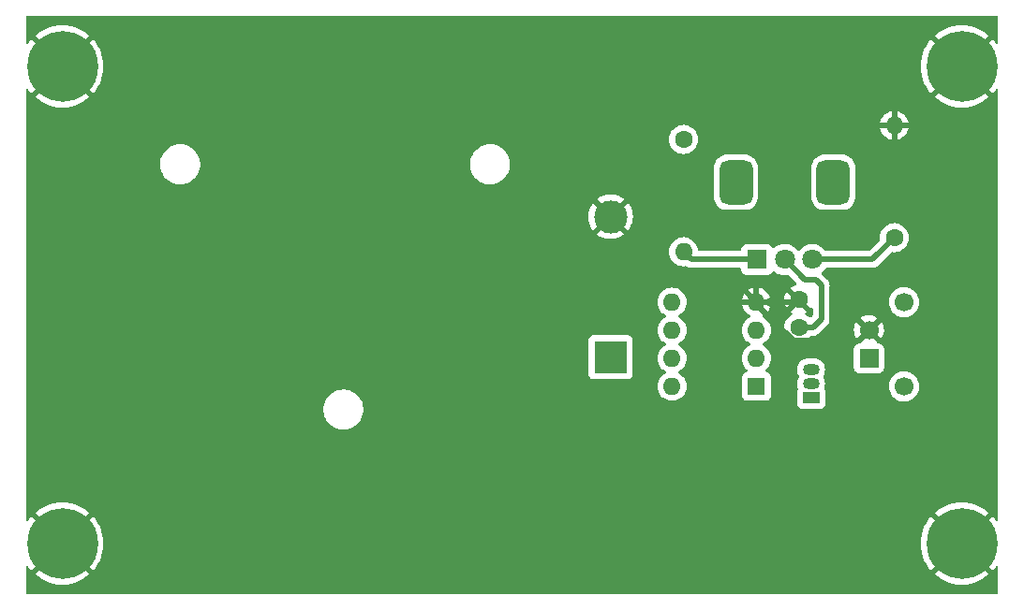
<source format=gbr>
%TF.GenerationSoftware,KiCad,Pcbnew,(6.0.5)*%
%TF.CreationDate,2022-06-08T19:36:40-04:00*%
%TF.ProjectId,first-pcb,66697273-742d-4706-9362-2e6b69636164,rev?*%
%TF.SameCoordinates,Original*%
%TF.FileFunction,Copper,L2,Bot*%
%TF.FilePolarity,Positive*%
%FSLAX46Y46*%
G04 Gerber Fmt 4.6, Leading zero omitted, Abs format (unit mm)*
G04 Created by KiCad (PCBNEW (6.0.5)) date 2022-06-08 19:36:40*
%MOMM*%
%LPD*%
G01*
G04 APERTURE LIST*
G04 Aperture macros list*
%AMRoundRect*
0 Rectangle with rounded corners*
0 $1 Rounding radius*
0 $2 $3 $4 $5 $6 $7 $8 $9 X,Y pos of 4 corners*
0 Add a 4 corners polygon primitive as box body*
4,1,4,$2,$3,$4,$5,$6,$7,$8,$9,$2,$3,0*
0 Add four circle primitives for the rounded corners*
1,1,$1+$1,$2,$3*
1,1,$1+$1,$4,$5*
1,1,$1+$1,$6,$7*
1,1,$1+$1,$8,$9*
0 Add four rect primitives between the rounded corners*
20,1,$1+$1,$2,$3,$4,$5,0*
20,1,$1+$1,$4,$5,$6,$7,0*
20,1,$1+$1,$6,$7,$8,$9,0*
20,1,$1+$1,$8,$9,$2,$3,0*%
G04 Aperture macros list end*
%TA.AperFunction,ComponentPad*%
%ADD10C,6.400000*%
%TD*%
%TA.AperFunction,ComponentPad*%
%ADD11C,1.700000*%
%TD*%
%TA.AperFunction,ComponentPad*%
%ADD12R,1.700000X1.700000*%
%TD*%
%TA.AperFunction,ComponentPad*%
%ADD13C,3.000000*%
%TD*%
%TA.AperFunction,ComponentPad*%
%ADD14R,3.000000X3.000000*%
%TD*%
%TA.AperFunction,ComponentPad*%
%ADD15C,1.600000*%
%TD*%
%TA.AperFunction,ComponentPad*%
%ADD16O,1.600000X1.600000*%
%TD*%
%TA.AperFunction,ComponentPad*%
%ADD17R,1.600000X1.600000*%
%TD*%
%TA.AperFunction,ComponentPad*%
%ADD18O,1.500000X1.050000*%
%TD*%
%TA.AperFunction,ComponentPad*%
%ADD19R,1.500000X1.050000*%
%TD*%
%TA.AperFunction,ComponentPad*%
%ADD20R,1.800000X1.800000*%
%TD*%
%TA.AperFunction,ComponentPad*%
%ADD21C,1.800000*%
%TD*%
%TA.AperFunction,ComponentPad*%
%ADD22RoundRect,0.750000X0.750000X-1.250000X0.750000X1.250000X-0.750000X1.250000X-0.750000X-1.250000X0*%
%TD*%
%TA.AperFunction,ViaPad*%
%ADD23C,0.800000*%
%TD*%
%TA.AperFunction,Conductor*%
%ADD24C,0.500000*%
%TD*%
%TA.AperFunction,Conductor*%
%ADD25C,0.250000*%
%TD*%
G04 APERTURE END LIST*
D10*
%TO.P,H4,1,1*%
%TO.N,GND*%
X167640000Y-76200000D03*
%TD*%
%TO.P,H3,1,1*%
%TO.N,GND*%
X86360000Y-76200000D03*
%TD*%
%TO.P,H2,1,1*%
%TO.N,GND*%
X167640000Y-119380000D03*
%TD*%
%TO.P,H1,1,1*%
%TO.N,GND*%
X86360000Y-119380000D03*
%TD*%
D11*
%TO.P,K1,3*%
%TO.N,N/C*%
X162433000Y-97541000D03*
X162433000Y-105161000D03*
%TO.P,K1,2*%
%TO.N,GND*%
X159258000Y-100081000D03*
D12*
%TO.P,K1,1*%
%TO.N,Net-(K1-Pad1)*%
X159258000Y-102621000D03*
%TD*%
D13*
%TO.P,BT1,2,-*%
%TO.N,GND*%
X135910000Y-89800000D03*
D14*
%TO.P,BT1,1,+*%
%TO.N,Net-(BT1-Pad1)*%
X135910000Y-102500000D03*
%TD*%
D15*
%TO.P,C1,2*%
%TO.N,GND*%
X152908000Y-97302000D03*
%TO.P,C1,1*%
%TO.N,Net-(C1-Pad1)*%
X152908000Y-99802000D03*
%TD*%
D16*
%TO.P,U1,8,V+*%
%TO.N,Net-(BT1-Pad1)*%
X141468000Y-105146000D03*
%TO.P,U1,7*%
%TO.N,unconnected-(U1-Pad7)*%
X141468000Y-102606000D03*
%TO.P,U1,6,-*%
%TO.N,unconnected-(U1-Pad6)*%
X141468000Y-100066000D03*
%TO.P,U1,5,+*%
%TO.N,unconnected-(U1-Pad5)*%
X141468000Y-97526000D03*
%TO.P,U1,4,V-*%
%TO.N,GND*%
X149088000Y-97526000D03*
%TO.P,U1,3,+*%
%TO.N,Net-(C1-Pad1)*%
X149088000Y-100066000D03*
%TO.P,U1,2,-*%
%TO.N,Net-(K1-Pad1)*%
X149088000Y-102606000D03*
D17*
%TO.P,U1,1*%
%TO.N,Net-(Q1-Pad2)*%
X149088000Y-105146000D03*
%TD*%
D18*
%TO.P,Q1,3,E*%
%TO.N,Net-(K1-Pad1)*%
X154030000Y-103632000D03*
%TO.P,Q1,2,B*%
%TO.N,Net-(Q1-Pad2)*%
X154030000Y-104902000D03*
D19*
%TO.P,Q1,1,C*%
%TO.N,Net-(BT1-Pad1)*%
X154030000Y-106172000D03*
%TD*%
D20*
%TO.P,P1,1,1*%
%TO.N,Net-(P1-Pad1)*%
X149138000Y-93680000D03*
D21*
%TO.P,P1,2,2*%
%TO.N,Net-(C1-Pad1)*%
X151638000Y-93680000D03*
%TO.P,P1,3,3*%
%TO.N,Net-(P1-Pad3)*%
X154138000Y-93680000D03*
D22*
%TO.P,P1,MP*%
%TO.N,N/C*%
X147238000Y-86680000D03*
X156038000Y-86680000D03*
%TD*%
D16*
%TO.P,R2,2*%
%TO.N,GND*%
X161544000Y-81534000D03*
D15*
%TO.P,R2,1*%
%TO.N,Net-(P1-Pad3)*%
X161544000Y-91694000D03*
%TD*%
D16*
%TO.P,R1,2*%
%TO.N,Net-(P1-Pad1)*%
X142494000Y-92964000D03*
D15*
%TO.P,R1,1*%
%TO.N,Net-(BT1-Pad1)*%
X142494000Y-82804000D03*
%TD*%
D23*
%TO.N,GND*%
X137160000Y-94996000D03*
X150330500Y-97536000D03*
%TD*%
D24*
%TO.N,Net-(P1-Pad1)*%
X143210000Y-93680000D02*
X149138000Y-93680000D01*
X142494000Y-92964000D02*
X143210000Y-93680000D01*
%TO.N,Net-(P1-Pad3)*%
X159558000Y-93680000D02*
X161544000Y-91694000D01*
X154138000Y-93680000D02*
X159558000Y-93680000D01*
%TO.N,GND*%
X137160000Y-94996000D02*
X146558000Y-94996000D01*
X146558000Y-94996000D02*
X149088000Y-97526000D01*
X149088000Y-97678366D02*
X152411145Y-101001511D01*
X158337489Y-101001511D02*
X159258000Y-100081000D01*
X149088000Y-97526000D02*
X149088000Y-97678366D01*
X152411145Y-101001511D02*
X158337489Y-101001511D01*
X152674000Y-97536000D02*
X152908000Y-97302000D01*
X150330500Y-97536000D02*
X152674000Y-97536000D01*
%TO.N,Net-(C1-Pad1)*%
X154198000Y-99802000D02*
X152908000Y-99802000D01*
X154940000Y-99060000D02*
X154198000Y-99802000D01*
X154940000Y-96012000D02*
X154940000Y-99060000D01*
X154432000Y-95504000D02*
X154940000Y-96012000D01*
X151638000Y-93680000D02*
X153462000Y-95504000D01*
X153462000Y-95504000D02*
X154432000Y-95504000D01*
D25*
%TO.N,Net-(P1-Pad1)*%
X148422000Y-92964000D02*
X149138000Y-93680000D01*
%TD*%
%TA.AperFunction,Conductor*%
%TO.N,GND*%
G36*
X170883621Y-71648502D02*
G01*
X170930114Y-71702158D01*
X170941500Y-71754500D01*
X170941500Y-74050316D01*
X170921498Y-74118437D01*
X170867842Y-74164930D01*
X170797568Y-74175034D01*
X170732988Y-74145540D01*
X170709827Y-74118940D01*
X170645747Y-74020265D01*
X170641877Y-74014939D01*
X170448522Y-73776165D01*
X170436267Y-73767700D01*
X170425176Y-73774034D01*
X168012022Y-76187188D01*
X168004408Y-76201132D01*
X168004539Y-76202965D01*
X168008790Y-76209580D01*
X170424310Y-78625100D01*
X170437386Y-78632241D01*
X170447753Y-78624784D01*
X170641877Y-78385061D01*
X170645747Y-78379735D01*
X170709827Y-78281060D01*
X170763704Y-78234823D01*
X170834025Y-78225053D01*
X170898465Y-78254853D01*
X170936564Y-78314761D01*
X170941500Y-78349684D01*
X170941500Y-117230316D01*
X170921498Y-117298437D01*
X170867842Y-117344930D01*
X170797568Y-117355034D01*
X170732988Y-117325540D01*
X170709827Y-117298940D01*
X170645747Y-117200265D01*
X170641877Y-117194939D01*
X170448522Y-116956165D01*
X170436267Y-116947700D01*
X170425176Y-116954034D01*
X168012022Y-119367188D01*
X168004408Y-119381132D01*
X168004539Y-119382965D01*
X168008790Y-119389580D01*
X170424310Y-121805100D01*
X170437386Y-121812241D01*
X170447753Y-121804784D01*
X170641877Y-121565061D01*
X170645747Y-121559735D01*
X170709827Y-121461060D01*
X170763704Y-121414823D01*
X170834025Y-121405053D01*
X170898465Y-121434853D01*
X170936564Y-121494761D01*
X170941500Y-121529684D01*
X170941500Y-123825500D01*
X170921498Y-123893621D01*
X170867842Y-123940114D01*
X170815500Y-123951500D01*
X83184500Y-123951500D01*
X83116379Y-123931498D01*
X83069886Y-123877842D01*
X83058500Y-123825500D01*
X83058500Y-122177386D01*
X83927759Y-122177386D01*
X83935216Y-122187753D01*
X84174935Y-122381874D01*
X84180272Y-122385751D01*
X84500685Y-122593830D01*
X84506394Y-122597127D01*
X84846811Y-122770578D01*
X84852836Y-122773260D01*
X85209502Y-122910171D01*
X85215784Y-122912212D01*
X85584816Y-123011094D01*
X85591266Y-123012465D01*
X85968629Y-123072234D01*
X85975167Y-123072920D01*
X86356699Y-123092916D01*
X86363301Y-123092916D01*
X86744833Y-123072920D01*
X86751371Y-123072234D01*
X87128734Y-123012465D01*
X87135184Y-123011094D01*
X87504216Y-122912212D01*
X87510498Y-122910171D01*
X87867164Y-122773260D01*
X87873189Y-122770578D01*
X88213606Y-122597127D01*
X88219315Y-122593830D01*
X88539728Y-122385751D01*
X88545065Y-122381874D01*
X88783835Y-122188522D01*
X88791527Y-122177386D01*
X165207759Y-122177386D01*
X165215216Y-122187753D01*
X165454935Y-122381874D01*
X165460272Y-122385751D01*
X165780685Y-122593830D01*
X165786394Y-122597127D01*
X166126811Y-122770578D01*
X166132836Y-122773260D01*
X166489502Y-122910171D01*
X166495784Y-122912212D01*
X166864816Y-123011094D01*
X166871266Y-123012465D01*
X167248629Y-123072234D01*
X167255167Y-123072920D01*
X167636699Y-123092916D01*
X167643301Y-123092916D01*
X168024833Y-123072920D01*
X168031371Y-123072234D01*
X168408734Y-123012465D01*
X168415184Y-123011094D01*
X168784216Y-122912212D01*
X168790498Y-122910171D01*
X169147164Y-122773260D01*
X169153189Y-122770578D01*
X169493606Y-122597127D01*
X169499315Y-122593830D01*
X169819728Y-122385751D01*
X169825065Y-122381874D01*
X170063835Y-122188522D01*
X170072300Y-122176267D01*
X170065966Y-122165176D01*
X167652812Y-119752022D01*
X167638868Y-119744408D01*
X167637035Y-119744539D01*
X167630420Y-119748790D01*
X165214900Y-122164310D01*
X165207759Y-122177386D01*
X88791527Y-122177386D01*
X88792300Y-122176267D01*
X88785966Y-122165176D01*
X86372812Y-119752022D01*
X86358868Y-119744408D01*
X86357035Y-119744539D01*
X86350420Y-119748790D01*
X83934900Y-122164310D01*
X83927759Y-122177386D01*
X83058500Y-122177386D01*
X83058500Y-121529684D01*
X83078502Y-121461563D01*
X83132158Y-121415070D01*
X83202432Y-121404966D01*
X83267012Y-121434460D01*
X83290173Y-121461060D01*
X83354253Y-121559735D01*
X83358123Y-121565061D01*
X83551478Y-121803835D01*
X83563733Y-121812300D01*
X83574824Y-121805966D01*
X85987978Y-119392812D01*
X85994356Y-119381132D01*
X86724408Y-119381132D01*
X86724539Y-119382965D01*
X86728790Y-119389580D01*
X89144310Y-121805100D01*
X89157386Y-121812241D01*
X89167753Y-121804784D01*
X89361877Y-121565061D01*
X89365747Y-121559735D01*
X89573831Y-121239313D01*
X89577128Y-121233603D01*
X89750578Y-120893189D01*
X89753260Y-120887164D01*
X89890171Y-120530498D01*
X89892212Y-120524216D01*
X89991094Y-120155184D01*
X89992465Y-120148734D01*
X90052234Y-119771371D01*
X90052920Y-119764833D01*
X90072916Y-119383301D01*
X163927084Y-119383301D01*
X163947080Y-119764833D01*
X163947766Y-119771371D01*
X164007535Y-120148734D01*
X164008906Y-120155184D01*
X164107788Y-120524216D01*
X164109829Y-120530498D01*
X164246740Y-120887164D01*
X164249422Y-120893189D01*
X164422872Y-121233603D01*
X164426169Y-121239313D01*
X164634253Y-121559735D01*
X164638123Y-121565061D01*
X164831478Y-121803835D01*
X164843733Y-121812300D01*
X164854824Y-121805966D01*
X167267978Y-119392812D01*
X167275592Y-119378868D01*
X167275461Y-119377035D01*
X167271210Y-119370420D01*
X164855690Y-116954900D01*
X164842614Y-116947759D01*
X164832247Y-116955216D01*
X164638123Y-117194939D01*
X164634253Y-117200265D01*
X164426169Y-117520687D01*
X164422872Y-117526397D01*
X164249422Y-117866811D01*
X164246740Y-117872836D01*
X164109829Y-118229502D01*
X164107788Y-118235784D01*
X164008906Y-118604816D01*
X164007535Y-118611266D01*
X163947766Y-118988629D01*
X163947080Y-118995167D01*
X163927084Y-119376699D01*
X163927084Y-119383301D01*
X90072916Y-119383301D01*
X90072916Y-119376699D01*
X90052920Y-118995167D01*
X90052234Y-118988629D01*
X89992465Y-118611266D01*
X89991094Y-118604816D01*
X89892212Y-118235784D01*
X89890171Y-118229502D01*
X89753260Y-117872836D01*
X89750578Y-117866811D01*
X89577128Y-117526397D01*
X89573831Y-117520687D01*
X89365747Y-117200265D01*
X89361877Y-117194939D01*
X89168522Y-116956165D01*
X89156267Y-116947700D01*
X89145176Y-116954034D01*
X86732022Y-119367188D01*
X86724408Y-119381132D01*
X85994356Y-119381132D01*
X85995592Y-119378868D01*
X85995461Y-119377035D01*
X85991210Y-119370420D01*
X83575690Y-116954900D01*
X83562614Y-116947759D01*
X83552247Y-116955216D01*
X83358123Y-117194939D01*
X83354253Y-117200265D01*
X83290173Y-117298940D01*
X83236296Y-117345177D01*
X83165975Y-117354947D01*
X83101535Y-117325147D01*
X83063436Y-117265239D01*
X83058500Y-117230316D01*
X83058500Y-116583733D01*
X83927700Y-116583733D01*
X83934034Y-116594824D01*
X86347188Y-119007978D01*
X86361132Y-119015592D01*
X86362965Y-119015461D01*
X86369580Y-119011210D01*
X88785100Y-116595690D01*
X88791630Y-116583733D01*
X165207700Y-116583733D01*
X165214034Y-116594824D01*
X167627188Y-119007978D01*
X167641132Y-119015592D01*
X167642965Y-119015461D01*
X167649580Y-119011210D01*
X170065100Y-116595690D01*
X170072241Y-116582614D01*
X170064784Y-116572247D01*
X169825065Y-116378126D01*
X169819728Y-116374249D01*
X169499315Y-116166170D01*
X169493606Y-116162873D01*
X169153189Y-115989422D01*
X169147164Y-115986740D01*
X168790498Y-115849829D01*
X168784216Y-115847788D01*
X168415184Y-115748906D01*
X168408734Y-115747535D01*
X168031371Y-115687766D01*
X168024833Y-115687080D01*
X167643301Y-115667084D01*
X167636699Y-115667084D01*
X167255167Y-115687080D01*
X167248629Y-115687766D01*
X166871266Y-115747535D01*
X166864816Y-115748906D01*
X166495784Y-115847788D01*
X166489502Y-115849829D01*
X166132836Y-115986740D01*
X166126811Y-115989422D01*
X165786397Y-116162872D01*
X165780687Y-116166169D01*
X165460265Y-116374253D01*
X165454939Y-116378123D01*
X165216165Y-116571478D01*
X165207700Y-116583733D01*
X88791630Y-116583733D01*
X88792241Y-116582614D01*
X88784784Y-116572247D01*
X88545065Y-116378126D01*
X88539728Y-116374249D01*
X88219315Y-116166170D01*
X88213606Y-116162873D01*
X87873189Y-115989422D01*
X87867164Y-115986740D01*
X87510498Y-115849829D01*
X87504216Y-115847788D01*
X87135184Y-115748906D01*
X87128734Y-115747535D01*
X86751371Y-115687766D01*
X86744833Y-115687080D01*
X86363301Y-115667084D01*
X86356699Y-115667084D01*
X85975167Y-115687080D01*
X85968629Y-115687766D01*
X85591266Y-115747535D01*
X85584816Y-115748906D01*
X85215784Y-115847788D01*
X85209502Y-115849829D01*
X84852836Y-115986740D01*
X84846811Y-115989422D01*
X84506397Y-116162872D01*
X84500687Y-116166169D01*
X84180265Y-116374253D01*
X84174939Y-116378123D01*
X83936165Y-116571478D01*
X83927700Y-116583733D01*
X83058500Y-116583733D01*
X83058500Y-107360716D01*
X109949812Y-107360716D01*
X109986060Y-107627063D01*
X109987368Y-107631549D01*
X109987368Y-107631551D01*
X110007183Y-107699534D01*
X110061278Y-107885126D01*
X110173815Y-108129237D01*
X110176378Y-108133146D01*
X110318631Y-108350119D01*
X110318635Y-108350124D01*
X110321197Y-108354032D01*
X110500188Y-108554574D01*
X110706854Y-108726456D01*
X110936656Y-108865904D01*
X110940970Y-108867713D01*
X110940974Y-108867715D01*
X110990768Y-108888595D01*
X111184545Y-108969852D01*
X111445077Y-109036019D01*
X111668334Y-109058500D01*
X111828237Y-109058500D01*
X111830562Y-109058327D01*
X111830568Y-109058327D01*
X112023408Y-109043996D01*
X112023409Y-109043996D01*
X112028063Y-109043650D01*
X112032616Y-109042620D01*
X112032621Y-109042619D01*
X112285669Y-108985361D01*
X112285674Y-108985360D01*
X112290237Y-108984327D01*
X112540762Y-108886902D01*
X112774136Y-108753518D01*
X112985231Y-108587105D01*
X113169409Y-108391317D01*
X113322626Y-108170457D01*
X113341026Y-108133146D01*
X113439449Y-107933564D01*
X113439450Y-107933561D01*
X113441514Y-107929376D01*
X113523462Y-107673370D01*
X113566670Y-107408063D01*
X113570188Y-107139284D01*
X113533940Y-106872937D01*
X113519146Y-106822179D01*
X113460033Y-106619373D01*
X113458722Y-106614874D01*
X113346185Y-106370763D01*
X113282959Y-106274327D01*
X113201369Y-106149881D01*
X113201365Y-106149876D01*
X113198803Y-106145968D01*
X113059864Y-105990300D01*
X113022929Y-105948918D01*
X113022927Y-105948916D01*
X113019812Y-105945426D01*
X112813146Y-105773544D01*
X112583344Y-105634096D01*
X112579030Y-105632287D01*
X112579026Y-105632285D01*
X112339769Y-105531957D01*
X112335455Y-105530148D01*
X112074923Y-105463981D01*
X111851666Y-105441500D01*
X111691763Y-105441500D01*
X111689438Y-105441673D01*
X111689432Y-105441673D01*
X111496592Y-105456004D01*
X111496591Y-105456004D01*
X111491937Y-105456350D01*
X111487384Y-105457380D01*
X111487379Y-105457381D01*
X111234331Y-105514639D01*
X111234326Y-105514640D01*
X111229763Y-105515673D01*
X110979238Y-105613098D01*
X110745864Y-105746482D01*
X110742198Y-105749372D01*
X110742195Y-105749374D01*
X110707744Y-105776533D01*
X110534769Y-105912895D01*
X110350591Y-106108683D01*
X110241976Y-106265249D01*
X110231490Y-106280366D01*
X110197374Y-106329543D01*
X110195307Y-106333733D01*
X110195306Y-106333736D01*
X110102187Y-106522564D01*
X110078486Y-106570624D01*
X109996538Y-106826630D01*
X109953330Y-107091937D01*
X109949812Y-107360716D01*
X83058500Y-107360716D01*
X83058500Y-105146000D01*
X140154502Y-105146000D01*
X140174457Y-105374087D01*
X140175881Y-105379400D01*
X140175881Y-105379402D01*
X140212850Y-105517369D01*
X140233716Y-105595243D01*
X140236039Y-105600224D01*
X140236039Y-105600225D01*
X140328151Y-105797762D01*
X140328154Y-105797767D01*
X140330477Y-105802749D01*
X140333634Y-105807257D01*
X140447581Y-105969990D01*
X140461802Y-105990300D01*
X140623700Y-106152198D01*
X140628208Y-106155355D01*
X140628211Y-106155357D01*
X140669542Y-106184297D01*
X140811251Y-106283523D01*
X140816233Y-106285846D01*
X140816238Y-106285849D01*
X141013775Y-106377961D01*
X141018757Y-106380284D01*
X141024065Y-106381706D01*
X141024067Y-106381707D01*
X141234598Y-106438119D01*
X141234600Y-106438119D01*
X141239913Y-106439543D01*
X141468000Y-106459498D01*
X141696087Y-106439543D01*
X141701400Y-106438119D01*
X141701402Y-106438119D01*
X141911933Y-106381707D01*
X141911935Y-106381706D01*
X141917243Y-106380284D01*
X141922225Y-106377961D01*
X142119762Y-106285849D01*
X142119767Y-106285846D01*
X142124749Y-106283523D01*
X142266458Y-106184297D01*
X142307789Y-106155357D01*
X142307792Y-106155355D01*
X142312300Y-106152198D01*
X142474198Y-105990300D01*
X142488420Y-105969990D01*
X142602366Y-105807257D01*
X142605523Y-105802749D01*
X142607846Y-105797767D01*
X142607849Y-105797762D01*
X142699961Y-105600225D01*
X142699961Y-105600224D01*
X142702284Y-105595243D01*
X142723151Y-105517369D01*
X142760119Y-105379402D01*
X142760119Y-105379400D01*
X142761543Y-105374087D01*
X142781498Y-105146000D01*
X142761543Y-104917913D01*
X142756901Y-104900588D01*
X142703707Y-104702067D01*
X142703706Y-104702065D01*
X142702284Y-104696757D01*
X142699961Y-104691775D01*
X142607849Y-104494238D01*
X142607846Y-104494233D01*
X142605523Y-104489251D01*
X142500186Y-104338815D01*
X142477357Y-104306211D01*
X142477355Y-104306208D01*
X142474198Y-104301700D01*
X142312300Y-104139802D01*
X142307792Y-104136645D01*
X142307789Y-104136643D01*
X142169558Y-104039853D01*
X142124749Y-104008477D01*
X142119767Y-104006154D01*
X142119762Y-104006151D01*
X142085543Y-103990195D01*
X142032258Y-103943278D01*
X142012797Y-103875001D01*
X142033339Y-103807041D01*
X142085543Y-103761805D01*
X142119762Y-103745849D01*
X142119767Y-103745846D01*
X142124749Y-103743523D01*
X142294374Y-103624750D01*
X142307789Y-103615357D01*
X142307792Y-103615355D01*
X142312300Y-103612198D01*
X142474198Y-103450300D01*
X142478930Y-103443543D01*
X142602366Y-103267257D01*
X142605523Y-103262749D01*
X142607846Y-103257767D01*
X142607849Y-103257762D01*
X142699961Y-103060225D01*
X142699961Y-103060224D01*
X142702284Y-103055243D01*
X142746236Y-102891215D01*
X142760119Y-102839402D01*
X142760119Y-102839400D01*
X142761543Y-102834087D01*
X142781498Y-102606000D01*
X147774502Y-102606000D01*
X147794457Y-102834087D01*
X147795881Y-102839400D01*
X147795881Y-102839402D01*
X147809765Y-102891215D01*
X147853716Y-103055243D01*
X147856039Y-103060224D01*
X147856039Y-103060225D01*
X147948151Y-103257762D01*
X147948154Y-103257767D01*
X147950477Y-103262749D01*
X147953634Y-103267257D01*
X148077071Y-103443543D01*
X148081802Y-103450300D01*
X148243700Y-103612198D01*
X148248211Y-103615357D01*
X148252424Y-103618892D01*
X148251473Y-103620026D01*
X148291471Y-103670071D01*
X148298776Y-103740690D01*
X148266742Y-103804049D01*
X148205538Y-103840030D01*
X148188483Y-103843082D01*
X148177684Y-103844255D01*
X148041295Y-103895385D01*
X147924739Y-103982739D01*
X147837385Y-104099295D01*
X147786255Y-104235684D01*
X147779500Y-104297866D01*
X147779500Y-105994134D01*
X147786255Y-106056316D01*
X147837385Y-106192705D01*
X147924739Y-106309261D01*
X148041295Y-106396615D01*
X148177684Y-106447745D01*
X148239866Y-106454500D01*
X149936134Y-106454500D01*
X149998316Y-106447745D01*
X150134705Y-106396615D01*
X150251261Y-106309261D01*
X150338615Y-106192705D01*
X150389745Y-106056316D01*
X150396500Y-105994134D01*
X150396500Y-104894750D01*
X152766524Y-104894750D01*
X152784894Y-105096596D01*
X152786632Y-105102502D01*
X152786633Y-105102506D01*
X152822462Y-105224240D01*
X152840788Y-105286507D01*
X152842119Y-105291029D01*
X152841260Y-105291282D01*
X152847714Y-105356662D01*
X152834548Y-105393406D01*
X152829385Y-105400295D01*
X152826236Y-105408696D01*
X152826234Y-105408699D01*
X152808371Y-105456350D01*
X152778255Y-105536684D01*
X152771500Y-105598866D01*
X152771500Y-106745134D01*
X152778255Y-106807316D01*
X152829385Y-106943705D01*
X152916739Y-107060261D01*
X153033295Y-107147615D01*
X153169684Y-107198745D01*
X153231866Y-107205500D01*
X154828134Y-107205500D01*
X154890316Y-107198745D01*
X155026705Y-107147615D01*
X155143261Y-107060261D01*
X155230615Y-106943705D01*
X155281745Y-106807316D01*
X155288500Y-106745134D01*
X155288500Y-105598866D01*
X155281745Y-105536684D01*
X155251629Y-105456350D01*
X155233768Y-105408704D01*
X155233766Y-105408701D01*
X155230615Y-105400295D01*
X155225227Y-105393106D01*
X155225094Y-105392863D01*
X155209924Y-105323506D01*
X155215248Y-105295092D01*
X155216428Y-105291282D01*
X155267066Y-105127695D01*
X161070251Y-105127695D01*
X161070548Y-105132848D01*
X161070548Y-105132851D01*
X161081541Y-105323506D01*
X161083110Y-105350715D01*
X161084247Y-105355761D01*
X161084248Y-105355767D01*
X161103641Y-105441816D01*
X161132222Y-105568639D01*
X161216266Y-105775616D01*
X161332987Y-105966088D01*
X161479250Y-106134938D01*
X161651126Y-106277632D01*
X161844000Y-106390338D01*
X162052692Y-106470030D01*
X162057760Y-106471061D01*
X162057763Y-106471062D01*
X162165017Y-106492883D01*
X162271597Y-106514567D01*
X162276772Y-106514757D01*
X162276774Y-106514757D01*
X162489673Y-106522564D01*
X162489677Y-106522564D01*
X162494837Y-106522753D01*
X162499957Y-106522097D01*
X162499959Y-106522097D01*
X162711288Y-106495025D01*
X162711289Y-106495025D01*
X162716416Y-106494368D01*
X162721366Y-106492883D01*
X162925429Y-106431661D01*
X162925434Y-106431659D01*
X162930384Y-106430174D01*
X163130994Y-106331896D01*
X163312860Y-106202173D01*
X163471096Y-106044489D01*
X163530594Y-105961689D01*
X163598435Y-105867277D01*
X163601453Y-105863077D01*
X163633734Y-105797762D01*
X163698136Y-105667453D01*
X163698137Y-105667451D01*
X163700430Y-105662811D01*
X163760489Y-105465134D01*
X163763865Y-105454023D01*
X163763865Y-105454021D01*
X163765370Y-105449069D01*
X163794529Y-105227590D01*
X163796156Y-105161000D01*
X163777852Y-104938361D01*
X163723431Y-104721702D01*
X163634354Y-104516840D01*
X163588027Y-104445229D01*
X163515822Y-104333617D01*
X163515820Y-104333614D01*
X163513014Y-104329277D01*
X163362670Y-104164051D01*
X163358619Y-104160852D01*
X163358615Y-104160848D01*
X163191414Y-104028800D01*
X163191410Y-104028798D01*
X163187359Y-104025598D01*
X163179083Y-104021029D01*
X163099972Y-103977358D01*
X162991789Y-103917638D01*
X162986920Y-103915914D01*
X162986916Y-103915912D01*
X162786087Y-103844795D01*
X162786083Y-103844794D01*
X162781212Y-103843069D01*
X162776119Y-103842162D01*
X162776116Y-103842161D01*
X162566373Y-103804800D01*
X162566367Y-103804799D01*
X162561284Y-103803894D01*
X162487452Y-103802992D01*
X162343081Y-103801228D01*
X162343079Y-103801228D01*
X162337911Y-103801165D01*
X162117091Y-103834955D01*
X161904756Y-103904357D01*
X161874443Y-103920137D01*
X161764523Y-103977358D01*
X161706607Y-104007507D01*
X161702474Y-104010610D01*
X161702471Y-104010612D01*
X161532100Y-104138530D01*
X161527965Y-104141635D01*
X161524393Y-104145373D01*
X161408698Y-104266441D01*
X161373629Y-104303138D01*
X161370715Y-104307410D01*
X161370714Y-104307411D01*
X161352838Y-104333617D01*
X161247743Y-104487680D01*
X161153688Y-104690305D01*
X161093989Y-104905570D01*
X161070251Y-105127695D01*
X155267066Y-105127695D01*
X155272290Y-105110820D01*
X155292566Y-104917913D01*
X155292832Y-104915378D01*
X155292832Y-104915377D01*
X155293476Y-104909250D01*
X155276864Y-104726720D01*
X155275665Y-104713543D01*
X155275664Y-104713540D01*
X155275106Y-104707404D01*
X155271973Y-104696757D01*
X155219620Y-104518880D01*
X155217881Y-104512971D01*
X155213951Y-104505452D01*
X155139615Y-104363261D01*
X155123981Y-104333355D01*
X155124016Y-104333337D01*
X155104111Y-104267559D01*
X155119271Y-104206591D01*
X155125438Y-104195185D01*
X155212356Y-104034435D01*
X155252622Y-103904357D01*
X155270468Y-103846707D01*
X155270469Y-103846704D01*
X155272290Y-103840820D01*
X155272980Y-103834261D01*
X155292832Y-103645378D01*
X155292832Y-103645377D01*
X155293476Y-103639250D01*
X155282544Y-103519134D01*
X157899500Y-103519134D01*
X157906255Y-103581316D01*
X157957385Y-103717705D01*
X158044739Y-103834261D01*
X158161295Y-103921615D01*
X158297684Y-103972745D01*
X158359866Y-103979500D01*
X160156134Y-103979500D01*
X160218316Y-103972745D01*
X160354705Y-103921615D01*
X160471261Y-103834261D01*
X160558615Y-103717705D01*
X160609745Y-103581316D01*
X160616500Y-103519134D01*
X160616500Y-101722866D01*
X160609745Y-101660684D01*
X160558615Y-101524295D01*
X160471261Y-101407739D01*
X160354705Y-101320385D01*
X160218316Y-101269255D01*
X160156134Y-101262500D01*
X160122452Y-101262500D01*
X160054331Y-101242498D01*
X160011177Y-101195610D01*
X160008658Y-101190868D01*
X159270812Y-100453022D01*
X159256868Y-100445408D01*
X159255035Y-100445539D01*
X159248420Y-100449790D01*
X158504737Y-101193473D01*
X158502874Y-101196885D01*
X158452672Y-101247087D01*
X158392286Y-101262500D01*
X158359866Y-101262500D01*
X158297684Y-101269255D01*
X158161295Y-101320385D01*
X158044739Y-101407739D01*
X157957385Y-101524295D01*
X157906255Y-101660684D01*
X157899500Y-101722866D01*
X157899500Y-103519134D01*
X155282544Y-103519134D01*
X155282233Y-103515717D01*
X155275665Y-103443543D01*
X155275664Y-103443540D01*
X155275106Y-103437404D01*
X155217881Y-103242971D01*
X155213951Y-103235452D01*
X155126835Y-103068815D01*
X155123981Y-103063355D01*
X155118630Y-103056699D01*
X155000840Y-102910199D01*
X154996981Y-102905399D01*
X154841719Y-102775119D01*
X154836327Y-102772155D01*
X154836323Y-102772152D01*
X154669506Y-102680444D01*
X154664109Y-102677477D01*
X154470916Y-102616193D01*
X154464799Y-102615507D01*
X154464795Y-102615506D01*
X154380045Y-102606000D01*
X154313183Y-102598500D01*
X153753996Y-102598500D01*
X153603287Y-102613277D01*
X153409258Y-102671858D01*
X153230302Y-102767010D01*
X153073237Y-102895110D01*
X153069310Y-102899857D01*
X153069308Y-102899859D01*
X152947973Y-103046528D01*
X152947971Y-103046531D01*
X152944044Y-103051278D01*
X152847644Y-103229565D01*
X152787710Y-103423180D01*
X152787066Y-103429305D01*
X152787066Y-103429306D01*
X152784450Y-103454197D01*
X152766524Y-103624750D01*
X152770649Y-103670071D01*
X152783916Y-103815845D01*
X152784894Y-103826596D01*
X152786632Y-103832502D01*
X152786633Y-103832506D01*
X152819730Y-103944959D01*
X152842119Y-104021029D01*
X152844972Y-104026486D01*
X152844973Y-104026489D01*
X152856289Y-104048134D01*
X152935923Y-104200460D01*
X152935923Y-104200462D01*
X152936019Y-104200645D01*
X152935984Y-104200663D01*
X152955889Y-104266441D01*
X152940729Y-104327409D01*
X152847644Y-104499565D01*
X152787710Y-104693180D01*
X152766524Y-104894750D01*
X150396500Y-104894750D01*
X150396500Y-104297866D01*
X150389745Y-104235684D01*
X150338615Y-104099295D01*
X150251261Y-103982739D01*
X150134705Y-103895385D01*
X149998316Y-103844255D01*
X149987526Y-103843083D01*
X149985394Y-103842197D01*
X149982778Y-103841575D01*
X149982879Y-103841152D01*
X149921965Y-103815845D01*
X149881537Y-103757483D01*
X149879078Y-103686529D01*
X149915371Y-103625510D01*
X149924031Y-103618511D01*
X149927793Y-103615354D01*
X149932300Y-103612198D01*
X150094198Y-103450300D01*
X150098930Y-103443543D01*
X150222366Y-103267257D01*
X150225523Y-103262749D01*
X150227846Y-103257767D01*
X150227849Y-103257762D01*
X150319961Y-103060225D01*
X150319961Y-103060224D01*
X150322284Y-103055243D01*
X150366236Y-102891215D01*
X150380119Y-102839402D01*
X150380119Y-102839400D01*
X150381543Y-102834087D01*
X150401498Y-102606000D01*
X150381543Y-102377913D01*
X150322284Y-102156757D01*
X150319961Y-102151775D01*
X150227849Y-101954238D01*
X150227846Y-101954233D01*
X150225523Y-101949251D01*
X150094198Y-101761700D01*
X149932300Y-101599802D01*
X149927792Y-101596645D01*
X149927789Y-101596643D01*
X149814202Y-101517109D01*
X149744749Y-101468477D01*
X149739767Y-101466154D01*
X149739762Y-101466151D01*
X149705543Y-101450195D01*
X149652258Y-101403278D01*
X149632797Y-101335001D01*
X149653339Y-101267041D01*
X149705543Y-101221805D01*
X149739762Y-101205849D01*
X149739767Y-101205846D01*
X149744749Y-101203523D01*
X149849611Y-101130098D01*
X149927789Y-101075357D01*
X149927792Y-101075355D01*
X149932300Y-101072198D01*
X150094198Y-100910300D01*
X150113815Y-100882285D01*
X150165691Y-100808198D01*
X150225523Y-100722749D01*
X150227846Y-100717767D01*
X150227849Y-100717762D01*
X150319961Y-100520225D01*
X150319961Y-100520224D01*
X150322284Y-100515243D01*
X150328171Y-100493275D01*
X150380119Y-100299402D01*
X150380119Y-100299400D01*
X150381543Y-100294087D01*
X150401498Y-100066000D01*
X150381543Y-99837913D01*
X150329522Y-99643770D01*
X150323707Y-99622067D01*
X150323706Y-99622065D01*
X150322284Y-99616757D01*
X150304320Y-99578232D01*
X150227849Y-99414238D01*
X150227846Y-99414233D01*
X150225523Y-99409251D01*
X150144745Y-99293888D01*
X150097357Y-99226211D01*
X150097355Y-99226208D01*
X150094198Y-99221700D01*
X149932300Y-99059802D01*
X149927792Y-99056645D01*
X149927789Y-99056643D01*
X149792926Y-98962211D01*
X149744749Y-98928477D01*
X149739767Y-98926154D01*
X149739762Y-98926151D01*
X149704951Y-98909919D01*
X149651666Y-98863002D01*
X149632205Y-98794725D01*
X149652747Y-98726765D01*
X149704951Y-98681529D01*
X149739511Y-98665414D01*
X149749007Y-98659931D01*
X149927467Y-98534972D01*
X149935875Y-98527916D01*
X150089916Y-98373875D01*
X150096972Y-98365467D01*
X150221931Y-98187007D01*
X150227414Y-98177511D01*
X150319490Y-97980053D01*
X150323236Y-97969761D01*
X150369394Y-97797497D01*
X150369058Y-97783401D01*
X150361116Y-97780000D01*
X147820033Y-97780000D01*
X147806502Y-97783973D01*
X147805273Y-97792522D01*
X147852764Y-97969761D01*
X147856510Y-97980053D01*
X147948586Y-98177511D01*
X147954069Y-98187007D01*
X148079028Y-98365467D01*
X148086084Y-98373875D01*
X148240125Y-98527916D01*
X148248533Y-98534972D01*
X148426993Y-98659931D01*
X148436489Y-98665414D01*
X148471049Y-98681529D01*
X148524334Y-98728446D01*
X148543795Y-98796723D01*
X148523253Y-98864683D01*
X148471049Y-98909919D01*
X148436238Y-98926151D01*
X148436233Y-98926154D01*
X148431251Y-98928477D01*
X148383074Y-98962211D01*
X148248211Y-99056643D01*
X148248208Y-99056645D01*
X148243700Y-99059802D01*
X148081802Y-99221700D01*
X148078645Y-99226208D01*
X148078643Y-99226211D01*
X148031255Y-99293888D01*
X147950477Y-99409251D01*
X147948154Y-99414233D01*
X147948151Y-99414238D01*
X147871680Y-99578232D01*
X147853716Y-99616757D01*
X147852294Y-99622065D01*
X147852293Y-99622067D01*
X147846478Y-99643770D01*
X147794457Y-99837913D01*
X147774502Y-100066000D01*
X147794457Y-100294087D01*
X147795881Y-100299400D01*
X147795881Y-100299402D01*
X147847830Y-100493275D01*
X147853716Y-100515243D01*
X147856039Y-100520224D01*
X147856039Y-100520225D01*
X147948151Y-100717762D01*
X147948154Y-100717767D01*
X147950477Y-100722749D01*
X148010309Y-100808198D01*
X148062186Y-100882285D01*
X148081802Y-100910300D01*
X148243700Y-101072198D01*
X148248208Y-101075355D01*
X148248211Y-101075357D01*
X148326389Y-101130098D01*
X148431251Y-101203523D01*
X148436233Y-101205846D01*
X148436238Y-101205849D01*
X148470457Y-101221805D01*
X148523742Y-101268722D01*
X148543203Y-101336999D01*
X148522661Y-101404959D01*
X148470457Y-101450195D01*
X148436238Y-101466151D01*
X148436233Y-101466154D01*
X148431251Y-101468477D01*
X148361798Y-101517109D01*
X148248211Y-101596643D01*
X148248208Y-101596645D01*
X148243700Y-101599802D01*
X148081802Y-101761700D01*
X147950477Y-101949251D01*
X147948154Y-101954233D01*
X147948151Y-101954238D01*
X147856039Y-102151775D01*
X147853716Y-102156757D01*
X147794457Y-102377913D01*
X147774502Y-102606000D01*
X142781498Y-102606000D01*
X142761543Y-102377913D01*
X142702284Y-102156757D01*
X142699961Y-102151775D01*
X142607849Y-101954238D01*
X142607846Y-101954233D01*
X142605523Y-101949251D01*
X142474198Y-101761700D01*
X142312300Y-101599802D01*
X142307792Y-101596645D01*
X142307789Y-101596643D01*
X142194202Y-101517109D01*
X142124749Y-101468477D01*
X142119767Y-101466154D01*
X142119762Y-101466151D01*
X142085543Y-101450195D01*
X142032258Y-101403278D01*
X142012797Y-101335001D01*
X142033339Y-101267041D01*
X142085543Y-101221805D01*
X142119762Y-101205849D01*
X142119767Y-101205846D01*
X142124749Y-101203523D01*
X142229611Y-101130098D01*
X142307789Y-101075357D01*
X142307792Y-101075355D01*
X142312300Y-101072198D01*
X142474198Y-100910300D01*
X142493815Y-100882285D01*
X142545691Y-100808198D01*
X142605523Y-100722749D01*
X142607846Y-100717767D01*
X142607849Y-100717762D01*
X142699961Y-100520225D01*
X142699961Y-100520224D01*
X142702284Y-100515243D01*
X142708171Y-100493275D01*
X142760119Y-100299402D01*
X142760119Y-100299400D01*
X142761543Y-100294087D01*
X142781498Y-100066000D01*
X142761543Y-99837913D01*
X142709522Y-99643770D01*
X142703707Y-99622067D01*
X142703706Y-99622065D01*
X142702284Y-99616757D01*
X142684320Y-99578232D01*
X142607849Y-99414238D01*
X142607846Y-99414233D01*
X142605523Y-99409251D01*
X142524745Y-99293888D01*
X142477357Y-99226211D01*
X142477355Y-99226208D01*
X142474198Y-99221700D01*
X142312300Y-99059802D01*
X142307792Y-99056645D01*
X142307789Y-99056643D01*
X142172926Y-98962211D01*
X142124749Y-98928477D01*
X142119767Y-98926154D01*
X142119762Y-98926151D01*
X142085543Y-98910195D01*
X142032258Y-98863278D01*
X142012797Y-98795001D01*
X142033339Y-98727041D01*
X142085543Y-98681805D01*
X142119762Y-98665849D01*
X142119767Y-98665846D01*
X142124749Y-98663523D01*
X142301539Y-98539733D01*
X142307789Y-98535357D01*
X142307792Y-98535355D01*
X142312300Y-98532198D01*
X142474198Y-98370300D01*
X142488420Y-98349990D01*
X142602366Y-98187257D01*
X142605523Y-98182749D01*
X142607846Y-98177767D01*
X142607849Y-98177762D01*
X142699961Y-97980225D01*
X142699961Y-97980224D01*
X142702284Y-97975243D01*
X142741452Y-97829069D01*
X142760119Y-97759402D01*
X142760119Y-97759400D01*
X142761543Y-97754087D01*
X142781498Y-97526000D01*
X142762380Y-97307475D01*
X151595483Y-97307475D01*
X151614472Y-97524519D01*
X151616375Y-97535312D01*
X151672764Y-97745761D01*
X151676510Y-97756053D01*
X151768586Y-97953511D01*
X151774069Y-97963006D01*
X151810509Y-98015048D01*
X151820988Y-98023424D01*
X151834434Y-98016356D01*
X152535978Y-97314812D01*
X152543592Y-97300868D01*
X152543461Y-97299035D01*
X152539210Y-97292420D01*
X151833713Y-96586923D01*
X151821938Y-96580493D01*
X151809923Y-96589789D01*
X151774069Y-96640994D01*
X151768586Y-96650489D01*
X151676510Y-96847947D01*
X151672764Y-96858239D01*
X151616375Y-97068688D01*
X151614472Y-97079481D01*
X151595483Y-97296525D01*
X151595483Y-97307475D01*
X142762380Y-97307475D01*
X142761543Y-97297913D01*
X142751244Y-97259478D01*
X142749911Y-97254503D01*
X147806606Y-97254503D01*
X147806942Y-97268599D01*
X147814884Y-97272000D01*
X148815885Y-97272000D01*
X148831124Y-97267525D01*
X148832329Y-97266135D01*
X148834000Y-97258452D01*
X148834000Y-97253885D01*
X149342000Y-97253885D01*
X149346475Y-97269124D01*
X149347865Y-97270329D01*
X149355548Y-97272000D01*
X150355967Y-97272000D01*
X150369498Y-97268027D01*
X150370727Y-97259478D01*
X150323236Y-97082239D01*
X150319490Y-97071947D01*
X150227414Y-96874489D01*
X150221931Y-96864993D01*
X150096972Y-96686533D01*
X150089916Y-96678125D01*
X149935875Y-96524084D01*
X149927467Y-96517028D01*
X149749007Y-96392069D01*
X149739511Y-96386586D01*
X149542053Y-96294510D01*
X149531761Y-96290764D01*
X149359497Y-96244606D01*
X149345401Y-96244942D01*
X149342000Y-96252884D01*
X149342000Y-97253885D01*
X148834000Y-97253885D01*
X148834000Y-96258033D01*
X148830027Y-96244502D01*
X148821478Y-96243273D01*
X148644239Y-96290764D01*
X148633947Y-96294510D01*
X148436489Y-96386586D01*
X148426993Y-96392069D01*
X148248533Y-96517028D01*
X148240125Y-96524084D01*
X148086084Y-96678125D01*
X148079028Y-96686533D01*
X147954069Y-96864993D01*
X147948586Y-96874489D01*
X147856510Y-97071947D01*
X147852764Y-97082239D01*
X147806606Y-97254503D01*
X142749911Y-97254503D01*
X142703707Y-97082067D01*
X142703706Y-97082065D01*
X142702284Y-97076757D01*
X142699961Y-97071775D01*
X142607849Y-96874238D01*
X142607846Y-96874233D01*
X142605523Y-96869251D01*
X142474198Y-96681700D01*
X142312300Y-96519802D01*
X142307792Y-96516645D01*
X142307789Y-96516643D01*
X142145634Y-96403101D01*
X142124749Y-96388477D01*
X142119767Y-96386154D01*
X142119762Y-96386151D01*
X141922225Y-96294039D01*
X141922224Y-96294039D01*
X141917243Y-96291716D01*
X141911935Y-96290294D01*
X141911933Y-96290293D01*
X141701402Y-96233881D01*
X141701400Y-96233881D01*
X141696087Y-96232457D01*
X141468000Y-96212502D01*
X141239913Y-96232457D01*
X141234600Y-96233881D01*
X141234598Y-96233881D01*
X141024067Y-96290293D01*
X141024065Y-96290294D01*
X141018757Y-96291716D01*
X141013776Y-96294039D01*
X141013775Y-96294039D01*
X140816238Y-96386151D01*
X140816233Y-96386154D01*
X140811251Y-96388477D01*
X140790366Y-96403101D01*
X140628211Y-96516643D01*
X140628208Y-96516645D01*
X140623700Y-96519802D01*
X140461802Y-96681700D01*
X140330477Y-96869251D01*
X140328154Y-96874233D01*
X140328151Y-96874238D01*
X140236039Y-97071775D01*
X140233716Y-97076757D01*
X140232294Y-97082065D01*
X140232293Y-97082067D01*
X140184756Y-97259478D01*
X140174457Y-97297913D01*
X140154502Y-97526000D01*
X140174457Y-97754087D01*
X140175881Y-97759400D01*
X140175881Y-97759402D01*
X140194549Y-97829069D01*
X140233716Y-97975243D01*
X140236039Y-97980224D01*
X140236039Y-97980225D01*
X140328151Y-98177762D01*
X140328154Y-98177767D01*
X140330477Y-98182749D01*
X140333634Y-98187257D01*
X140447581Y-98349990D01*
X140461802Y-98370300D01*
X140623700Y-98532198D01*
X140628208Y-98535355D01*
X140628211Y-98535357D01*
X140634461Y-98539733D01*
X140811251Y-98663523D01*
X140816233Y-98665846D01*
X140816238Y-98665849D01*
X140850457Y-98681805D01*
X140903742Y-98728722D01*
X140923203Y-98796999D01*
X140902661Y-98864959D01*
X140850457Y-98910195D01*
X140816238Y-98926151D01*
X140816233Y-98926154D01*
X140811251Y-98928477D01*
X140763074Y-98962211D01*
X140628211Y-99056643D01*
X140628208Y-99056645D01*
X140623700Y-99059802D01*
X140461802Y-99221700D01*
X140458645Y-99226208D01*
X140458643Y-99226211D01*
X140411255Y-99293888D01*
X140330477Y-99409251D01*
X140328154Y-99414233D01*
X140328151Y-99414238D01*
X140251680Y-99578232D01*
X140233716Y-99616757D01*
X140232294Y-99622065D01*
X140232293Y-99622067D01*
X140226478Y-99643770D01*
X140174457Y-99837913D01*
X140154502Y-100066000D01*
X140174457Y-100294087D01*
X140175881Y-100299400D01*
X140175881Y-100299402D01*
X140227830Y-100493275D01*
X140233716Y-100515243D01*
X140236039Y-100520224D01*
X140236039Y-100520225D01*
X140328151Y-100717762D01*
X140328154Y-100717767D01*
X140330477Y-100722749D01*
X140390309Y-100808198D01*
X140442186Y-100882285D01*
X140461802Y-100910300D01*
X140623700Y-101072198D01*
X140628208Y-101075355D01*
X140628211Y-101075357D01*
X140706389Y-101130098D01*
X140811251Y-101203523D01*
X140816233Y-101205846D01*
X140816238Y-101205849D01*
X140850457Y-101221805D01*
X140903742Y-101268722D01*
X140923203Y-101336999D01*
X140902661Y-101404959D01*
X140850457Y-101450195D01*
X140816238Y-101466151D01*
X140816233Y-101466154D01*
X140811251Y-101468477D01*
X140741798Y-101517109D01*
X140628211Y-101596643D01*
X140628208Y-101596645D01*
X140623700Y-101599802D01*
X140461802Y-101761700D01*
X140330477Y-101949251D01*
X140328154Y-101954233D01*
X140328151Y-101954238D01*
X140236039Y-102151775D01*
X140233716Y-102156757D01*
X140174457Y-102377913D01*
X140154502Y-102606000D01*
X140174457Y-102834087D01*
X140175881Y-102839400D01*
X140175881Y-102839402D01*
X140189765Y-102891215D01*
X140233716Y-103055243D01*
X140236039Y-103060224D01*
X140236039Y-103060225D01*
X140328151Y-103257762D01*
X140328154Y-103257767D01*
X140330477Y-103262749D01*
X140333634Y-103267257D01*
X140457071Y-103443543D01*
X140461802Y-103450300D01*
X140623700Y-103612198D01*
X140628208Y-103615355D01*
X140628211Y-103615357D01*
X140641626Y-103624750D01*
X140811251Y-103743523D01*
X140816233Y-103745846D01*
X140816238Y-103745849D01*
X140850457Y-103761805D01*
X140903742Y-103808722D01*
X140923203Y-103876999D01*
X140902661Y-103944959D01*
X140850457Y-103990195D01*
X140816238Y-104006151D01*
X140816233Y-104006154D01*
X140811251Y-104008477D01*
X140766442Y-104039853D01*
X140628211Y-104136643D01*
X140628208Y-104136645D01*
X140623700Y-104139802D01*
X140461802Y-104301700D01*
X140458645Y-104306208D01*
X140458643Y-104306211D01*
X140435814Y-104338815D01*
X140330477Y-104489251D01*
X140328154Y-104494233D01*
X140328151Y-104494238D01*
X140236039Y-104691775D01*
X140233716Y-104696757D01*
X140232294Y-104702065D01*
X140232293Y-104702067D01*
X140179099Y-104900588D01*
X140174457Y-104917913D01*
X140154502Y-105146000D01*
X83058500Y-105146000D01*
X83058500Y-104048134D01*
X133901500Y-104048134D01*
X133908255Y-104110316D01*
X133959385Y-104246705D01*
X134046739Y-104363261D01*
X134163295Y-104450615D01*
X134299684Y-104501745D01*
X134361866Y-104508500D01*
X137458134Y-104508500D01*
X137520316Y-104501745D01*
X137656705Y-104450615D01*
X137773261Y-104363261D01*
X137860615Y-104246705D01*
X137911745Y-104110316D01*
X137918500Y-104048134D01*
X137918500Y-100951866D01*
X137911745Y-100889684D01*
X137860615Y-100753295D01*
X137773261Y-100636739D01*
X137656705Y-100549385D01*
X137520316Y-100498255D01*
X137458134Y-100491500D01*
X134361866Y-100491500D01*
X134299684Y-100498255D01*
X134163295Y-100549385D01*
X134046739Y-100636739D01*
X133959385Y-100753295D01*
X133908255Y-100889684D01*
X133901500Y-100951866D01*
X133901500Y-104048134D01*
X83058500Y-104048134D01*
X83058500Y-92964000D01*
X141180502Y-92964000D01*
X141200457Y-93192087D01*
X141259716Y-93413243D01*
X141262039Y-93418224D01*
X141262039Y-93418225D01*
X141354151Y-93615762D01*
X141354154Y-93615767D01*
X141356477Y-93620749D01*
X141487802Y-93808300D01*
X141649700Y-93970198D01*
X141654208Y-93973355D01*
X141654211Y-93973357D01*
X141732389Y-94028098D01*
X141837251Y-94101523D01*
X141842233Y-94103846D01*
X141842238Y-94103849D01*
X142039775Y-94195961D01*
X142044757Y-94198284D01*
X142050065Y-94199706D01*
X142050067Y-94199707D01*
X142260598Y-94256119D01*
X142260600Y-94256119D01*
X142265913Y-94257543D01*
X142494000Y-94277498D01*
X142499475Y-94277019D01*
X142666178Y-94262435D01*
X142735783Y-94276425D01*
X142758738Y-94291931D01*
X142780703Y-94310592D01*
X142780710Y-94310597D01*
X142786285Y-94315333D01*
X142792799Y-94318660D01*
X142797850Y-94322028D01*
X142802979Y-94325195D01*
X142808716Y-94329734D01*
X142874875Y-94360655D01*
X142878769Y-94362558D01*
X142943808Y-94395769D01*
X142950916Y-94397508D01*
X142956559Y-94399607D01*
X142962322Y-94401524D01*
X142968950Y-94404622D01*
X142976112Y-94406112D01*
X142976113Y-94406112D01*
X143040412Y-94419486D01*
X143044696Y-94420456D01*
X143115610Y-94437808D01*
X143121212Y-94438156D01*
X143121215Y-94438156D01*
X143126764Y-94438500D01*
X143126762Y-94438536D01*
X143130755Y-94438775D01*
X143134947Y-94439149D01*
X143142115Y-94440640D01*
X143219520Y-94438546D01*
X143222928Y-94438500D01*
X147603500Y-94438500D01*
X147671621Y-94458502D01*
X147718114Y-94512158D01*
X147729500Y-94564500D01*
X147729500Y-94628134D01*
X147736255Y-94690316D01*
X147787385Y-94826705D01*
X147874739Y-94943261D01*
X147991295Y-95030615D01*
X148127684Y-95081745D01*
X148189866Y-95088500D01*
X150086134Y-95088500D01*
X150148316Y-95081745D01*
X150284705Y-95030615D01*
X150401261Y-94943261D01*
X150488615Y-94826705D01*
X150503686Y-94786504D01*
X150546328Y-94729739D01*
X150612890Y-94705040D01*
X150682239Y-94720248D01*
X150702150Y-94733788D01*
X150827349Y-94837730D01*
X151027322Y-94954584D01*
X151243694Y-95037209D01*
X151248760Y-95038240D01*
X151248761Y-95038240D01*
X151301846Y-95049040D01*
X151470656Y-95083385D01*
X151600089Y-95088131D01*
X151696949Y-95091683D01*
X151696953Y-95091683D01*
X151702113Y-95091872D01*
X151884594Y-95068495D01*
X151954703Y-95079679D01*
X151989698Y-95104379D01*
X152694672Y-95809353D01*
X152728698Y-95871665D01*
X152723633Y-95942480D01*
X152681086Y-95999316D01*
X152638188Y-96020155D01*
X152464239Y-96066764D01*
X152453947Y-96070510D01*
X152256489Y-96162586D01*
X152246994Y-96168069D01*
X152194952Y-96204509D01*
X152186576Y-96214988D01*
X152193644Y-96228434D01*
X153982287Y-98017077D01*
X153996231Y-98024691D01*
X154008613Y-98023806D01*
X154044518Y-98009761D01*
X154114123Y-98023749D01*
X154165115Y-98073148D01*
X154181500Y-98135281D01*
X154181500Y-98693629D01*
X154161498Y-98761750D01*
X154144600Y-98782719D01*
X154031001Y-98896318D01*
X153968693Y-98930341D01*
X153897877Y-98925277D01*
X153852814Y-98896316D01*
X153752300Y-98795802D01*
X153747792Y-98792645D01*
X153747789Y-98792643D01*
X153589496Y-98681805D01*
X153564749Y-98664477D01*
X153559765Y-98662153D01*
X153557472Y-98660829D01*
X153508479Y-98609447D01*
X153495043Y-98539733D01*
X153521429Y-98473822D01*
X153557472Y-98442591D01*
X153569002Y-98435934D01*
X153621048Y-98399491D01*
X153629424Y-98389012D01*
X153622356Y-98375566D01*
X152920812Y-97674022D01*
X152906868Y-97666408D01*
X152905035Y-97666539D01*
X152898420Y-97670790D01*
X152192923Y-98376287D01*
X152186493Y-98388062D01*
X152195789Y-98400077D01*
X152246998Y-98435934D01*
X152258528Y-98442591D01*
X152307521Y-98493973D01*
X152320958Y-98563687D01*
X152294571Y-98629598D01*
X152258528Y-98660829D01*
X152256235Y-98662153D01*
X152251251Y-98664477D01*
X152226504Y-98681805D01*
X152068211Y-98792643D01*
X152068208Y-98792645D01*
X152063700Y-98795802D01*
X151901802Y-98957700D01*
X151770477Y-99145251D01*
X151768154Y-99150233D01*
X151768151Y-99150238D01*
X151676039Y-99347775D01*
X151673716Y-99352757D01*
X151672294Y-99358065D01*
X151672293Y-99358067D01*
X151616144Y-99567617D01*
X151614457Y-99573913D01*
X151594502Y-99802000D01*
X151614457Y-100030087D01*
X151615881Y-100035400D01*
X151615881Y-100035402D01*
X151629001Y-100084364D01*
X151673716Y-100251243D01*
X151676039Y-100256224D01*
X151676039Y-100256225D01*
X151768151Y-100453762D01*
X151768154Y-100453767D01*
X151770477Y-100458749D01*
X151839421Y-100557211D01*
X151860467Y-100587267D01*
X151901802Y-100646300D01*
X152063700Y-100808198D01*
X152068208Y-100811355D01*
X152068211Y-100811357D01*
X152103542Y-100836096D01*
X152251251Y-100939523D01*
X152256233Y-100941846D01*
X152256238Y-100941849D01*
X152453775Y-101033961D01*
X152458757Y-101036284D01*
X152464065Y-101037706D01*
X152464067Y-101037707D01*
X152674598Y-101094119D01*
X152674600Y-101094119D01*
X152679913Y-101095543D01*
X152908000Y-101115498D01*
X153136087Y-101095543D01*
X153141400Y-101094119D01*
X153141402Y-101094119D01*
X153351933Y-101037707D01*
X153351935Y-101037706D01*
X153357243Y-101036284D01*
X153362225Y-101033961D01*
X153559762Y-100941849D01*
X153559767Y-100941846D01*
X153564749Y-100939523D01*
X153712458Y-100836096D01*
X153747789Y-100811357D01*
X153747792Y-100811355D01*
X153752300Y-100808198D01*
X153914198Y-100646300D01*
X153936655Y-100614229D01*
X153992110Y-100569901D01*
X154039867Y-100560500D01*
X154130930Y-100560500D01*
X154149880Y-100561933D01*
X154164115Y-100564099D01*
X154164119Y-100564099D01*
X154171349Y-100565199D01*
X154178641Y-100564606D01*
X154178644Y-100564606D01*
X154224018Y-100560915D01*
X154234233Y-100560500D01*
X154242293Y-100560500D01*
X154255583Y-100558951D01*
X154270507Y-100557211D01*
X154274882Y-100556778D01*
X154340339Y-100551454D01*
X154340342Y-100551453D01*
X154347637Y-100550860D01*
X154354601Y-100548604D01*
X154360560Y-100547413D01*
X154366415Y-100546029D01*
X154373681Y-100545182D01*
X154442327Y-100520265D01*
X154446455Y-100518848D01*
X154508936Y-100498607D01*
X154508938Y-100498606D01*
X154515899Y-100496351D01*
X154522154Y-100492555D01*
X154527628Y-100490049D01*
X154533058Y-100487330D01*
X154539937Y-100484833D01*
X154572846Y-100463257D01*
X154600976Y-100444814D01*
X154604680Y-100442477D01*
X154667107Y-100404595D01*
X154675484Y-100397197D01*
X154675508Y-100397224D01*
X154678500Y-100394571D01*
X154681733Y-100391868D01*
X154687852Y-100387856D01*
X154741128Y-100331617D01*
X154743506Y-100329175D01*
X155019818Y-100052863D01*
X157896050Y-100052863D01*
X157908309Y-100265477D01*
X157909745Y-100275697D01*
X157956565Y-100483446D01*
X157959645Y-100493275D01*
X158039770Y-100690603D01*
X158044413Y-100699794D01*
X158124460Y-100830420D01*
X158134916Y-100839880D01*
X158143694Y-100836096D01*
X158885978Y-100093812D01*
X158892356Y-100082132D01*
X159622408Y-100082132D01*
X159622539Y-100083965D01*
X159626790Y-100090580D01*
X160368474Y-100832264D01*
X160380484Y-100838823D01*
X160392223Y-100829855D01*
X160423004Y-100787019D01*
X160428315Y-100778180D01*
X160522670Y-100587267D01*
X160526469Y-100577672D01*
X160588376Y-100373915D01*
X160590555Y-100363834D01*
X160618590Y-100150887D01*
X160619109Y-100144212D01*
X160620572Y-100084364D01*
X160620378Y-100077646D01*
X160602781Y-99863604D01*
X160601096Y-99853424D01*
X160549214Y-99646875D01*
X160545894Y-99637124D01*
X160460972Y-99441814D01*
X160456105Y-99432739D01*
X160391063Y-99332197D01*
X160380377Y-99322995D01*
X160370812Y-99327398D01*
X159630022Y-100068188D01*
X159622408Y-100082132D01*
X158892356Y-100082132D01*
X158893592Y-100079868D01*
X158893461Y-100078035D01*
X158889210Y-100071420D01*
X158147849Y-99330059D01*
X158136313Y-99323759D01*
X158124031Y-99333382D01*
X158076089Y-99403662D01*
X158071004Y-99412613D01*
X157981338Y-99605783D01*
X157977775Y-99615470D01*
X157920864Y-99820681D01*
X157918933Y-99830800D01*
X157896302Y-100042574D01*
X157896050Y-100052863D01*
X155019818Y-100052863D01*
X155428911Y-99643770D01*
X155443323Y-99631384D01*
X155454918Y-99622851D01*
X155454923Y-99622846D01*
X155460818Y-99618508D01*
X155465557Y-99612930D01*
X155465560Y-99612927D01*
X155495035Y-99578232D01*
X155501965Y-99570716D01*
X155507660Y-99565021D01*
X155525281Y-99542749D01*
X155528072Y-99539345D01*
X155570591Y-99489297D01*
X155570592Y-99489295D01*
X155575333Y-99483715D01*
X155578661Y-99477199D01*
X155582020Y-99472162D01*
X155585194Y-99467023D01*
X155589734Y-99461284D01*
X155620636Y-99395163D01*
X155622569Y-99391209D01*
X155642204Y-99352757D01*
X155655769Y-99326192D01*
X155657510Y-99319076D01*
X155659604Y-99313446D01*
X155661523Y-99307679D01*
X155664621Y-99301050D01*
X155679483Y-99229600D01*
X155680453Y-99225315D01*
X155696473Y-99159844D01*
X155697808Y-99154390D01*
X155698500Y-99143236D01*
X155698536Y-99143238D01*
X155698775Y-99139248D01*
X155699150Y-99135050D01*
X155700640Y-99127885D01*
X155698546Y-99050479D01*
X155698500Y-99047072D01*
X155698500Y-98957427D01*
X158499223Y-98957427D01*
X158505968Y-98969758D01*
X159245188Y-99708978D01*
X159259132Y-99716592D01*
X159260965Y-99716461D01*
X159267580Y-99712210D01*
X160011389Y-98968401D01*
X160018410Y-98955544D01*
X160011611Y-98946213D01*
X160007554Y-98943518D01*
X159821117Y-98840599D01*
X159811705Y-98836369D01*
X159610959Y-98765280D01*
X159600989Y-98762646D01*
X159391327Y-98725301D01*
X159381073Y-98724331D01*
X159168116Y-98721728D01*
X159157832Y-98722448D01*
X158947321Y-98754661D01*
X158937293Y-98757050D01*
X158734868Y-98823212D01*
X158725359Y-98827209D01*
X158536466Y-98925540D01*
X158527734Y-98931039D01*
X158507677Y-98946099D01*
X158499223Y-98957427D01*
X155698500Y-98957427D01*
X155698500Y-97507695D01*
X161070251Y-97507695D01*
X161070548Y-97512848D01*
X161070548Y-97512851D01*
X161076011Y-97607590D01*
X161083110Y-97730715D01*
X161084247Y-97735761D01*
X161084248Y-97735767D01*
X161087142Y-97748607D01*
X161132222Y-97948639D01*
X161216266Y-98155616D01*
X161332987Y-98346088D01*
X161479250Y-98514938D01*
X161651126Y-98657632D01*
X161844000Y-98770338D01*
X161848825Y-98772180D01*
X161848826Y-98772181D01*
X161902411Y-98792643D01*
X162052692Y-98850030D01*
X162057760Y-98851061D01*
X162057763Y-98851062D01*
X162165017Y-98872883D01*
X162271597Y-98894567D01*
X162276772Y-98894757D01*
X162276774Y-98894757D01*
X162489673Y-98902564D01*
X162489677Y-98902564D01*
X162494837Y-98902753D01*
X162499957Y-98902097D01*
X162499959Y-98902097D01*
X162711288Y-98875025D01*
X162711289Y-98875025D01*
X162716416Y-98874368D01*
X162754301Y-98863002D01*
X162925429Y-98811661D01*
X162925434Y-98811659D01*
X162930384Y-98810174D01*
X163130994Y-98711896D01*
X163312860Y-98582173D01*
X163471096Y-98424489D01*
X163505733Y-98376287D01*
X163598435Y-98247277D01*
X163601453Y-98243077D01*
X163629165Y-98187007D01*
X163698136Y-98047453D01*
X163698137Y-98047451D01*
X163700430Y-98042811D01*
X163765370Y-97829069D01*
X163794529Y-97607590D01*
X163796156Y-97541000D01*
X163777852Y-97318361D01*
X163723431Y-97101702D01*
X163634354Y-96896840D01*
X163513014Y-96709277D01*
X163362670Y-96544051D01*
X163358619Y-96540852D01*
X163358615Y-96540848D01*
X163191414Y-96408800D01*
X163191410Y-96408798D01*
X163187359Y-96405598D01*
X162991789Y-96297638D01*
X162986920Y-96295914D01*
X162986916Y-96295912D01*
X162786087Y-96224795D01*
X162786083Y-96224794D01*
X162781212Y-96223069D01*
X162776119Y-96222162D01*
X162776116Y-96222161D01*
X162566373Y-96184800D01*
X162566367Y-96184799D01*
X162561284Y-96183894D01*
X162487452Y-96182992D01*
X162343081Y-96181228D01*
X162343079Y-96181228D01*
X162337911Y-96181165D01*
X162117091Y-96214955D01*
X161904756Y-96284357D01*
X161706607Y-96387507D01*
X161702474Y-96390610D01*
X161702471Y-96390612D01*
X161532100Y-96518530D01*
X161527965Y-96521635D01*
X161524393Y-96525373D01*
X161378420Y-96678125D01*
X161373629Y-96683138D01*
X161247743Y-96867680D01*
X161153688Y-97070305D01*
X161093989Y-97285570D01*
X161070251Y-97507695D01*
X155698500Y-97507695D01*
X155698500Y-96079063D01*
X155699933Y-96060114D01*
X155702097Y-96045886D01*
X155703198Y-96038651D01*
X155698915Y-95985990D01*
X155698500Y-95975777D01*
X155698500Y-95967707D01*
X155698078Y-95964087D01*
X155698077Y-95964069D01*
X155695208Y-95939461D01*
X155694775Y-95935086D01*
X155689454Y-95869661D01*
X155689453Y-95869658D01*
X155688860Y-95862363D01*
X155686604Y-95855399D01*
X155685413Y-95849440D01*
X155684029Y-95843585D01*
X155683182Y-95836319D01*
X155658265Y-95767673D01*
X155656848Y-95763545D01*
X155636607Y-95701064D01*
X155636606Y-95701062D01*
X155634351Y-95694101D01*
X155630555Y-95687846D01*
X155628049Y-95682372D01*
X155625330Y-95676942D01*
X155622833Y-95670063D01*
X155582809Y-95609016D01*
X155580472Y-95605312D01*
X155545509Y-95547693D01*
X155545505Y-95547688D01*
X155542595Y-95542892D01*
X155535197Y-95534516D01*
X155535223Y-95534493D01*
X155532574Y-95531503D01*
X155529866Y-95528264D01*
X155525856Y-95522148D01*
X155520549Y-95517121D01*
X155520546Y-95517117D01*
X155469617Y-95468872D01*
X155467175Y-95466494D01*
X155015770Y-95015089D01*
X155003384Y-95000677D01*
X154994852Y-94989083D01*
X154994846Y-94989076D01*
X154990508Y-94983182D01*
X154986108Y-94979444D01*
X154954562Y-94916554D01*
X154962092Y-94845957D01*
X155005373Y-94791499D01*
X155012376Y-94786504D01*
X155050243Y-94759494D01*
X155214303Y-94596005D01*
X155289777Y-94490973D01*
X155345770Y-94447326D01*
X155392098Y-94438500D01*
X159490930Y-94438500D01*
X159509880Y-94439933D01*
X159524115Y-94442099D01*
X159524119Y-94442099D01*
X159531349Y-94443199D01*
X159538641Y-94442606D01*
X159538644Y-94442606D01*
X159584018Y-94438915D01*
X159594233Y-94438500D01*
X159602293Y-94438500D01*
X159619680Y-94436473D01*
X159630507Y-94435211D01*
X159634882Y-94434778D01*
X159700339Y-94429454D01*
X159700342Y-94429453D01*
X159707637Y-94428860D01*
X159714601Y-94426604D01*
X159720560Y-94425413D01*
X159726415Y-94424029D01*
X159733681Y-94423182D01*
X159802327Y-94398265D01*
X159806455Y-94396848D01*
X159868936Y-94376607D01*
X159868938Y-94376606D01*
X159875899Y-94374351D01*
X159882154Y-94370555D01*
X159887628Y-94368049D01*
X159893058Y-94365330D01*
X159899937Y-94362833D01*
X159906058Y-94358820D01*
X159960976Y-94322814D01*
X159964680Y-94320477D01*
X160027107Y-94282595D01*
X160034094Y-94276425D01*
X160035484Y-94275197D01*
X160035508Y-94275224D01*
X160038500Y-94272571D01*
X160041733Y-94269868D01*
X160047852Y-94265856D01*
X160101128Y-94209617D01*
X160103506Y-94207175D01*
X161281010Y-93029671D01*
X161343322Y-92995645D01*
X161381087Y-92993245D01*
X161538525Y-93007019D01*
X161544000Y-93007498D01*
X161772087Y-92987543D01*
X161777400Y-92986119D01*
X161777402Y-92986119D01*
X161987933Y-92929707D01*
X161987935Y-92929706D01*
X161993243Y-92928284D01*
X161998225Y-92925961D01*
X162195762Y-92833849D01*
X162195767Y-92833846D01*
X162200749Y-92831523D01*
X162343074Y-92731866D01*
X162383789Y-92703357D01*
X162383792Y-92703355D01*
X162388300Y-92700198D01*
X162550198Y-92538300D01*
X162558735Y-92526109D01*
X162651677Y-92393373D01*
X162681523Y-92350749D01*
X162683846Y-92345767D01*
X162683849Y-92345762D01*
X162775961Y-92148225D01*
X162775961Y-92148224D01*
X162778284Y-92143243D01*
X162784593Y-92119700D01*
X162836119Y-91927402D01*
X162836119Y-91927400D01*
X162837543Y-91922087D01*
X162857498Y-91694000D01*
X162837543Y-91465913D01*
X162778284Y-91244757D01*
X162775961Y-91239775D01*
X162683849Y-91042238D01*
X162683846Y-91042233D01*
X162681523Y-91037251D01*
X162550198Y-90849700D01*
X162388300Y-90687802D01*
X162383792Y-90684645D01*
X162383789Y-90684643D01*
X162228479Y-90575894D01*
X162200749Y-90556477D01*
X162195767Y-90554154D01*
X162195762Y-90554151D01*
X161998225Y-90462039D01*
X161998224Y-90462039D01*
X161993243Y-90459716D01*
X161987935Y-90458294D01*
X161987933Y-90458293D01*
X161777402Y-90401881D01*
X161777400Y-90401881D01*
X161772087Y-90400457D01*
X161544000Y-90380502D01*
X161315913Y-90400457D01*
X161310600Y-90401881D01*
X161310598Y-90401881D01*
X161100067Y-90458293D01*
X161100065Y-90458294D01*
X161094757Y-90459716D01*
X161089776Y-90462039D01*
X161089775Y-90462039D01*
X160892238Y-90554151D01*
X160892233Y-90554154D01*
X160887251Y-90556477D01*
X160859521Y-90575894D01*
X160704211Y-90684643D01*
X160704208Y-90684645D01*
X160699700Y-90687802D01*
X160537802Y-90849700D01*
X160406477Y-91037251D01*
X160404154Y-91042233D01*
X160404151Y-91042238D01*
X160312039Y-91239775D01*
X160309716Y-91244757D01*
X160250457Y-91465913D01*
X160230502Y-91694000D01*
X160230981Y-91699475D01*
X160244755Y-91856913D01*
X160230766Y-91926518D01*
X160208329Y-91956990D01*
X159280724Y-92884595D01*
X159218412Y-92918621D01*
X159191629Y-92921500D01*
X155393493Y-92921500D01*
X155325372Y-92901498D01*
X155287701Y-92863941D01*
X155260571Y-92822004D01*
X155257764Y-92817665D01*
X155247589Y-92806482D01*
X155188362Y-92741393D01*
X155101887Y-92646358D01*
X155097836Y-92643159D01*
X155097832Y-92643155D01*
X154924177Y-92506011D01*
X154924172Y-92506008D01*
X154920123Y-92502810D01*
X154915607Y-92500317D01*
X154915604Y-92500315D01*
X154721879Y-92393373D01*
X154721875Y-92393371D01*
X154717355Y-92390876D01*
X154712486Y-92389152D01*
X154712482Y-92389150D01*
X154503903Y-92315288D01*
X154503899Y-92315287D01*
X154499028Y-92313562D01*
X154493935Y-92312655D01*
X154493932Y-92312654D01*
X154276095Y-92273851D01*
X154276089Y-92273850D01*
X154271006Y-92272945D01*
X154198096Y-92272054D01*
X154044581Y-92270179D01*
X154044579Y-92270179D01*
X154039411Y-92270116D01*
X153810464Y-92305150D01*
X153590314Y-92377106D01*
X153585726Y-92379494D01*
X153585722Y-92379496D01*
X153389461Y-92481663D01*
X153384872Y-92484052D01*
X153380739Y-92487155D01*
X153380736Y-92487157D01*
X153237074Y-92595022D01*
X153199655Y-92623117D01*
X153039639Y-92790564D01*
X152992836Y-92859174D01*
X152937927Y-92904175D01*
X152867402Y-92912346D01*
X152803655Y-92881092D01*
X152782959Y-92856609D01*
X152760577Y-92822013D01*
X152760576Y-92822012D01*
X152757764Y-92817665D01*
X152747589Y-92806482D01*
X152688362Y-92741393D01*
X152601887Y-92646358D01*
X152597836Y-92643159D01*
X152597832Y-92643155D01*
X152424177Y-92506011D01*
X152424172Y-92506008D01*
X152420123Y-92502810D01*
X152415607Y-92500317D01*
X152415604Y-92500315D01*
X152221879Y-92393373D01*
X152221875Y-92393371D01*
X152217355Y-92390876D01*
X152212486Y-92389152D01*
X152212482Y-92389150D01*
X152003903Y-92315288D01*
X152003899Y-92315287D01*
X151999028Y-92313562D01*
X151993935Y-92312655D01*
X151993932Y-92312654D01*
X151776095Y-92273851D01*
X151776089Y-92273850D01*
X151771006Y-92272945D01*
X151698096Y-92272054D01*
X151544581Y-92270179D01*
X151544579Y-92270179D01*
X151539411Y-92270116D01*
X151310464Y-92305150D01*
X151090314Y-92377106D01*
X151085726Y-92379494D01*
X151085722Y-92379496D01*
X150889461Y-92481663D01*
X150884872Y-92484052D01*
X150880739Y-92487155D01*
X150880736Y-92487157D01*
X150699655Y-92623117D01*
X150698976Y-92622213D01*
X150639730Y-92650131D01*
X150569341Y-92640869D01*
X150515132Y-92595022D01*
X150502325Y-92569866D01*
X150491768Y-92541705D01*
X150491767Y-92541703D01*
X150488615Y-92533295D01*
X150401261Y-92416739D01*
X150284705Y-92329385D01*
X150148316Y-92278255D01*
X150086134Y-92271500D01*
X148189866Y-92271500D01*
X148127684Y-92278255D01*
X147991295Y-92329385D01*
X147874739Y-92416739D01*
X147787385Y-92533295D01*
X147736255Y-92669684D01*
X147729500Y-92731866D01*
X147729500Y-92795500D01*
X147709498Y-92863621D01*
X147655842Y-92910114D01*
X147603500Y-92921500D01*
X143919238Y-92921500D01*
X143851117Y-92901498D01*
X143804624Y-92847842D01*
X143793717Y-92806482D01*
X143792756Y-92795500D01*
X143787543Y-92735913D01*
X143786119Y-92730598D01*
X143729707Y-92520067D01*
X143729706Y-92520065D01*
X143728284Y-92514757D01*
X143669713Y-92389150D01*
X143633849Y-92312238D01*
X143633846Y-92312233D01*
X143631523Y-92307251D01*
X143558098Y-92202389D01*
X143503357Y-92124211D01*
X143503355Y-92124208D01*
X143500198Y-92119700D01*
X143338300Y-91957802D01*
X143333792Y-91954645D01*
X143333789Y-91954643D01*
X143194216Y-91856913D01*
X143150749Y-91826477D01*
X143145767Y-91824154D01*
X143145762Y-91824151D01*
X142948225Y-91732039D01*
X142948224Y-91732039D01*
X142943243Y-91729716D01*
X142937935Y-91728294D01*
X142937933Y-91728293D01*
X142727402Y-91671881D01*
X142727400Y-91671881D01*
X142722087Y-91670457D01*
X142494000Y-91650502D01*
X142265913Y-91670457D01*
X142260600Y-91671881D01*
X142260598Y-91671881D01*
X142050067Y-91728293D01*
X142050065Y-91728294D01*
X142044757Y-91729716D01*
X142039776Y-91732039D01*
X142039775Y-91732039D01*
X141842238Y-91824151D01*
X141842233Y-91824154D01*
X141837251Y-91826477D01*
X141793784Y-91856913D01*
X141654211Y-91954643D01*
X141654208Y-91954645D01*
X141649700Y-91957802D01*
X141487802Y-92119700D01*
X141484645Y-92124208D01*
X141484643Y-92124211D01*
X141429902Y-92202389D01*
X141356477Y-92307251D01*
X141354154Y-92312233D01*
X141354151Y-92312238D01*
X141318287Y-92389150D01*
X141259716Y-92514757D01*
X141258294Y-92520065D01*
X141258293Y-92520067D01*
X141201881Y-92730598D01*
X141200457Y-92735913D01*
X141180502Y-92964000D01*
X83058500Y-92964000D01*
X83058500Y-91389654D01*
X134685618Y-91389654D01*
X134692673Y-91399627D01*
X134723679Y-91425551D01*
X134730598Y-91430579D01*
X134955272Y-91571515D01*
X134962807Y-91575556D01*
X135204520Y-91684694D01*
X135212551Y-91687680D01*
X135466832Y-91763002D01*
X135475184Y-91764869D01*
X135737340Y-91804984D01*
X135745874Y-91805700D01*
X136011045Y-91809867D01*
X136019596Y-91809418D01*
X136282883Y-91777557D01*
X136291284Y-91775955D01*
X136547824Y-91708653D01*
X136555926Y-91705926D01*
X136800949Y-91604434D01*
X136808617Y-91600628D01*
X137037598Y-91466822D01*
X137044679Y-91462009D01*
X137124655Y-91399301D01*
X137133125Y-91387442D01*
X137126608Y-91375818D01*
X135922812Y-90172022D01*
X135908868Y-90164408D01*
X135907035Y-90164539D01*
X135900420Y-90168790D01*
X134692910Y-91376300D01*
X134685618Y-91389654D01*
X83058500Y-91389654D01*
X83058500Y-89783204D01*
X133897665Y-89783204D01*
X133912932Y-90047969D01*
X133914005Y-90056470D01*
X133965065Y-90316722D01*
X133967276Y-90324974D01*
X134053184Y-90575894D01*
X134056499Y-90583779D01*
X134175664Y-90820713D01*
X134180020Y-90828079D01*
X134309347Y-91016250D01*
X134319601Y-91024594D01*
X134333342Y-91017448D01*
X135537978Y-89812812D01*
X135544356Y-89801132D01*
X136274408Y-89801132D01*
X136274539Y-89802965D01*
X136278790Y-89809580D01*
X137485730Y-91016520D01*
X137497939Y-91023187D01*
X137509439Y-91014497D01*
X137606831Y-90881913D01*
X137611418Y-90874685D01*
X137737962Y-90641621D01*
X137741530Y-90633827D01*
X137835271Y-90385750D01*
X137837748Y-90377544D01*
X137896954Y-90119038D01*
X137898294Y-90110577D01*
X137922031Y-89844616D01*
X137922277Y-89839677D01*
X137922666Y-89802485D01*
X137922523Y-89797519D01*
X137904362Y-89531123D01*
X137903201Y-89522649D01*
X137849419Y-89262944D01*
X137847120Y-89254709D01*
X137758588Y-89004705D01*
X137755191Y-88996854D01*
X137633550Y-88761178D01*
X137629122Y-88753866D01*
X137510031Y-88584417D01*
X137499509Y-88576037D01*
X137486121Y-88583089D01*
X136282022Y-89787188D01*
X136274408Y-89801132D01*
X135544356Y-89801132D01*
X135545592Y-89798868D01*
X135545461Y-89797035D01*
X135541210Y-89790420D01*
X134333814Y-88583024D01*
X134321804Y-88576466D01*
X134310064Y-88585434D01*
X134201935Y-88735911D01*
X134197418Y-88743196D01*
X134073325Y-88977567D01*
X134069839Y-88985395D01*
X133978700Y-89234446D01*
X133976311Y-89242670D01*
X133919812Y-89501795D01*
X133918563Y-89510250D01*
X133897754Y-89774653D01*
X133897665Y-89783204D01*
X83058500Y-89783204D01*
X83058500Y-88212500D01*
X134686584Y-88212500D01*
X134692980Y-88223770D01*
X135897188Y-89427978D01*
X135911132Y-89435592D01*
X135912965Y-89435461D01*
X135919580Y-89431210D01*
X137126604Y-88224186D01*
X137133795Y-88211017D01*
X137126473Y-88200780D01*
X137079233Y-88162115D01*
X137072261Y-88157160D01*
X136846122Y-88018582D01*
X136838552Y-88014624D01*
X136788247Y-87992542D01*
X145229500Y-87992542D01*
X145241022Y-88134200D01*
X145296890Y-88351794D01*
X145390409Y-88556055D01*
X145518620Y-88740527D01*
X145677473Y-88899380D01*
X145861945Y-89027591D01*
X146066206Y-89121110D01*
X146283800Y-89176978D01*
X146337705Y-89181362D01*
X146422908Y-89188293D01*
X146422918Y-89188293D01*
X146425458Y-89188500D01*
X148050542Y-89188500D01*
X148053082Y-89188293D01*
X148053092Y-89188293D01*
X148138295Y-89181362D01*
X148192200Y-89176978D01*
X148409794Y-89121110D01*
X148614055Y-89027591D01*
X148798527Y-88899380D01*
X148957380Y-88740527D01*
X149085591Y-88556055D01*
X149179110Y-88351794D01*
X149234978Y-88134200D01*
X149246500Y-87992542D01*
X154029500Y-87992542D01*
X154041022Y-88134200D01*
X154096890Y-88351794D01*
X154190409Y-88556055D01*
X154318620Y-88740527D01*
X154477473Y-88899380D01*
X154661945Y-89027591D01*
X154866206Y-89121110D01*
X155083800Y-89176978D01*
X155137705Y-89181362D01*
X155222908Y-89188293D01*
X155222918Y-89188293D01*
X155225458Y-89188500D01*
X156850542Y-89188500D01*
X156853082Y-89188293D01*
X156853092Y-89188293D01*
X156938295Y-89181362D01*
X156992200Y-89176978D01*
X157209794Y-89121110D01*
X157414055Y-89027591D01*
X157598527Y-88899380D01*
X157757380Y-88740527D01*
X157885591Y-88556055D01*
X157979110Y-88351794D01*
X158034978Y-88134200D01*
X158046500Y-87992542D01*
X158046500Y-85367458D01*
X158034978Y-85225800D01*
X158018268Y-85160716D01*
X157980505Y-85013639D01*
X157980505Y-85013638D01*
X157979110Y-85008206D01*
X157885591Y-84803945D01*
X157757380Y-84619473D01*
X157598527Y-84460620D01*
X157414055Y-84332409D01*
X157209794Y-84238890D01*
X156992200Y-84183022D01*
X156938295Y-84178638D01*
X156853092Y-84171707D01*
X156853082Y-84171707D01*
X156850542Y-84171500D01*
X155225458Y-84171500D01*
X155222918Y-84171707D01*
X155222908Y-84171707D01*
X155137705Y-84178638D01*
X155083800Y-84183022D01*
X154866206Y-84238890D01*
X154661945Y-84332409D01*
X154477473Y-84460620D01*
X154318620Y-84619473D01*
X154190409Y-84803945D01*
X154096890Y-85008206D01*
X154095495Y-85013638D01*
X154095495Y-85013639D01*
X154057733Y-85160716D01*
X154041022Y-85225800D01*
X154029500Y-85367458D01*
X154029500Y-87992542D01*
X149246500Y-87992542D01*
X149246500Y-85367458D01*
X149234978Y-85225800D01*
X149218268Y-85160716D01*
X149180505Y-85013639D01*
X149180505Y-85013638D01*
X149179110Y-85008206D01*
X149085591Y-84803945D01*
X148957380Y-84619473D01*
X148798527Y-84460620D01*
X148614055Y-84332409D01*
X148409794Y-84238890D01*
X148192200Y-84183022D01*
X148138295Y-84178638D01*
X148053092Y-84171707D01*
X148053082Y-84171707D01*
X148050542Y-84171500D01*
X146425458Y-84171500D01*
X146422918Y-84171707D01*
X146422908Y-84171707D01*
X146337705Y-84178638D01*
X146283800Y-84183022D01*
X146066206Y-84238890D01*
X145861945Y-84332409D01*
X145677473Y-84460620D01*
X145518620Y-84619473D01*
X145390409Y-84803945D01*
X145296890Y-85008206D01*
X145295495Y-85013638D01*
X145295495Y-85013639D01*
X145257733Y-85160716D01*
X145241022Y-85225800D01*
X145229500Y-85367458D01*
X145229500Y-87992542D01*
X136788247Y-87992542D01*
X136595704Y-87908022D01*
X136587644Y-87905120D01*
X136332592Y-87832467D01*
X136324214Y-87830685D01*
X136061656Y-87793318D01*
X136053111Y-87792691D01*
X135787908Y-87791302D01*
X135779374Y-87791839D01*
X135516433Y-87826456D01*
X135508035Y-87828149D01*
X135252238Y-87898127D01*
X135244143Y-87900946D01*
X135000199Y-88004997D01*
X134992577Y-88008881D01*
X134765013Y-88145075D01*
X134757981Y-88149962D01*
X134695053Y-88200377D01*
X134686584Y-88212500D01*
X83058500Y-88212500D01*
X83058500Y-85160716D01*
X95199812Y-85160716D01*
X95236060Y-85427063D01*
X95237368Y-85431549D01*
X95237368Y-85431551D01*
X95257183Y-85499534D01*
X95311278Y-85685126D01*
X95423815Y-85929237D01*
X95426378Y-85933146D01*
X95568631Y-86150119D01*
X95568635Y-86150124D01*
X95571197Y-86154032D01*
X95750188Y-86354574D01*
X95956854Y-86526456D01*
X96186656Y-86665904D01*
X96190970Y-86667713D01*
X96190974Y-86667715D01*
X96240768Y-86688595D01*
X96434545Y-86769852D01*
X96695077Y-86836019D01*
X96918334Y-86858500D01*
X97078237Y-86858500D01*
X97080562Y-86858327D01*
X97080568Y-86858327D01*
X97273408Y-86843996D01*
X97273409Y-86843996D01*
X97278063Y-86843650D01*
X97282616Y-86842620D01*
X97282621Y-86842619D01*
X97535669Y-86785361D01*
X97535674Y-86785360D01*
X97540237Y-86784327D01*
X97790762Y-86686902D01*
X98024136Y-86553518D01*
X98235231Y-86387105D01*
X98419409Y-86191317D01*
X98572626Y-85970457D01*
X98591026Y-85933146D01*
X98689449Y-85733564D01*
X98689450Y-85733561D01*
X98691514Y-85729376D01*
X98773462Y-85473370D01*
X98816670Y-85208063D01*
X98817290Y-85160716D01*
X123199812Y-85160716D01*
X123236060Y-85427063D01*
X123237368Y-85431549D01*
X123237368Y-85431551D01*
X123257183Y-85499534D01*
X123311278Y-85685126D01*
X123423815Y-85929237D01*
X123426378Y-85933146D01*
X123568631Y-86150119D01*
X123568635Y-86150124D01*
X123571197Y-86154032D01*
X123750188Y-86354574D01*
X123956854Y-86526456D01*
X124186656Y-86665904D01*
X124190970Y-86667713D01*
X124190974Y-86667715D01*
X124240768Y-86688595D01*
X124434545Y-86769852D01*
X124695077Y-86836019D01*
X124918334Y-86858500D01*
X125078237Y-86858500D01*
X125080562Y-86858327D01*
X125080568Y-86858327D01*
X125273408Y-86843996D01*
X125273409Y-86843996D01*
X125278063Y-86843650D01*
X125282616Y-86842620D01*
X125282621Y-86842619D01*
X125535669Y-86785361D01*
X125535674Y-86785360D01*
X125540237Y-86784327D01*
X125790762Y-86686902D01*
X126024136Y-86553518D01*
X126235231Y-86387105D01*
X126419409Y-86191317D01*
X126572626Y-85970457D01*
X126591026Y-85933146D01*
X126689449Y-85733564D01*
X126689450Y-85733561D01*
X126691514Y-85729376D01*
X126773462Y-85473370D01*
X126816670Y-85208063D01*
X126820188Y-84939284D01*
X126783940Y-84672937D01*
X126769146Y-84622179D01*
X126723213Y-84464591D01*
X126708722Y-84414874D01*
X126596185Y-84170763D01*
X126507805Y-84035961D01*
X126451369Y-83949881D01*
X126451365Y-83949876D01*
X126448803Y-83945968D01*
X126269812Y-83745426D01*
X126063146Y-83573544D01*
X125993808Y-83531468D01*
X125837342Y-83436522D01*
X125837341Y-83436522D01*
X125833344Y-83434096D01*
X125829030Y-83432287D01*
X125829026Y-83432285D01*
X125589769Y-83331957D01*
X125585455Y-83330148D01*
X125324923Y-83263981D01*
X125101666Y-83241500D01*
X124941763Y-83241500D01*
X124939438Y-83241673D01*
X124939432Y-83241673D01*
X124746592Y-83256004D01*
X124746591Y-83256004D01*
X124741937Y-83256350D01*
X124737384Y-83257380D01*
X124737379Y-83257381D01*
X124484331Y-83314639D01*
X124484326Y-83314640D01*
X124479763Y-83315673D01*
X124229238Y-83413098D01*
X123995864Y-83546482D01*
X123784769Y-83712895D01*
X123600591Y-83908683D01*
X123447374Y-84129543D01*
X123445307Y-84133733D01*
X123445306Y-84133736D01*
X123347332Y-84332409D01*
X123328486Y-84370624D01*
X123246538Y-84626630D01*
X123203330Y-84891937D01*
X123199812Y-85160716D01*
X98817290Y-85160716D01*
X98820188Y-84939284D01*
X98783940Y-84672937D01*
X98769146Y-84622179D01*
X98723213Y-84464591D01*
X98708722Y-84414874D01*
X98596185Y-84170763D01*
X98507805Y-84035961D01*
X98451369Y-83949881D01*
X98451365Y-83949876D01*
X98448803Y-83945968D01*
X98269812Y-83745426D01*
X98063146Y-83573544D01*
X97993808Y-83531468D01*
X97837342Y-83436522D01*
X97837341Y-83436522D01*
X97833344Y-83434096D01*
X97829030Y-83432287D01*
X97829026Y-83432285D01*
X97589769Y-83331957D01*
X97585455Y-83330148D01*
X97324923Y-83263981D01*
X97101666Y-83241500D01*
X96941763Y-83241500D01*
X96939438Y-83241673D01*
X96939432Y-83241673D01*
X96746592Y-83256004D01*
X96746591Y-83256004D01*
X96741937Y-83256350D01*
X96737384Y-83257380D01*
X96737379Y-83257381D01*
X96484331Y-83314639D01*
X96484326Y-83314640D01*
X96479763Y-83315673D01*
X96229238Y-83413098D01*
X95995864Y-83546482D01*
X95784769Y-83712895D01*
X95600591Y-83908683D01*
X95447374Y-84129543D01*
X95445307Y-84133733D01*
X95445306Y-84133736D01*
X95347332Y-84332409D01*
X95328486Y-84370624D01*
X95246538Y-84626630D01*
X95203330Y-84891937D01*
X95199812Y-85160716D01*
X83058500Y-85160716D01*
X83058500Y-82804000D01*
X141180502Y-82804000D01*
X141200457Y-83032087D01*
X141259716Y-83253243D01*
X141262039Y-83258224D01*
X141262039Y-83258225D01*
X141354151Y-83455762D01*
X141354154Y-83455767D01*
X141356477Y-83460749D01*
X141487802Y-83648300D01*
X141649700Y-83810198D01*
X141654208Y-83813355D01*
X141654211Y-83813357D01*
X141732389Y-83868098D01*
X141837251Y-83941523D01*
X141842233Y-83943846D01*
X141842238Y-83943849D01*
X142039775Y-84035961D01*
X142044757Y-84038284D01*
X142050065Y-84039706D01*
X142050067Y-84039707D01*
X142260598Y-84096119D01*
X142260600Y-84096119D01*
X142265913Y-84097543D01*
X142494000Y-84117498D01*
X142722087Y-84097543D01*
X142727400Y-84096119D01*
X142727402Y-84096119D01*
X142937933Y-84039707D01*
X142937935Y-84039706D01*
X142943243Y-84038284D01*
X142948225Y-84035961D01*
X143145762Y-83943849D01*
X143145767Y-83943846D01*
X143150749Y-83941523D01*
X143255611Y-83868098D01*
X143333789Y-83813357D01*
X143333792Y-83813355D01*
X143338300Y-83810198D01*
X143500198Y-83648300D01*
X143631523Y-83460749D01*
X143633846Y-83455767D01*
X143633849Y-83455762D01*
X143725961Y-83258225D01*
X143725961Y-83258224D01*
X143728284Y-83253243D01*
X143787543Y-83032087D01*
X143807498Y-82804000D01*
X143787543Y-82575913D01*
X143786119Y-82570598D01*
X143729707Y-82360067D01*
X143729706Y-82360065D01*
X143728284Y-82354757D01*
X143649364Y-82185511D01*
X143633849Y-82152238D01*
X143633846Y-82152233D01*
X143631523Y-82147251D01*
X143520051Y-81988053D01*
X143503357Y-81964211D01*
X143503355Y-81964208D01*
X143500198Y-81959700D01*
X143341020Y-81800522D01*
X160261273Y-81800522D01*
X160308764Y-81977761D01*
X160312510Y-81988053D01*
X160404586Y-82185511D01*
X160410069Y-82195007D01*
X160535028Y-82373467D01*
X160542084Y-82381875D01*
X160696125Y-82535916D01*
X160704533Y-82542972D01*
X160882993Y-82667931D01*
X160892489Y-82673414D01*
X161089947Y-82765490D01*
X161100239Y-82769236D01*
X161272503Y-82815394D01*
X161286599Y-82815058D01*
X161290000Y-82807116D01*
X161290000Y-82801967D01*
X161798000Y-82801967D01*
X161801973Y-82815498D01*
X161810522Y-82816727D01*
X161987761Y-82769236D01*
X161998053Y-82765490D01*
X162195511Y-82673414D01*
X162205007Y-82667931D01*
X162383467Y-82542972D01*
X162391875Y-82535916D01*
X162545916Y-82381875D01*
X162552972Y-82373467D01*
X162677931Y-82195007D01*
X162683414Y-82185511D01*
X162775490Y-81988053D01*
X162779236Y-81977761D01*
X162825394Y-81805497D01*
X162825058Y-81791401D01*
X162817116Y-81788000D01*
X161816115Y-81788000D01*
X161800876Y-81792475D01*
X161799671Y-81793865D01*
X161798000Y-81801548D01*
X161798000Y-82801967D01*
X161290000Y-82801967D01*
X161290000Y-81806115D01*
X161285525Y-81790876D01*
X161284135Y-81789671D01*
X161276452Y-81788000D01*
X160276033Y-81788000D01*
X160262502Y-81791973D01*
X160261273Y-81800522D01*
X143341020Y-81800522D01*
X143338300Y-81797802D01*
X143333792Y-81794645D01*
X143333789Y-81794643D01*
X143255611Y-81739902D01*
X143150749Y-81666477D01*
X143145767Y-81664154D01*
X143145762Y-81664151D01*
X142948225Y-81572039D01*
X142948224Y-81572039D01*
X142943243Y-81569716D01*
X142937935Y-81568294D01*
X142937933Y-81568293D01*
X142727402Y-81511881D01*
X142727400Y-81511881D01*
X142722087Y-81510457D01*
X142494000Y-81490502D01*
X142265913Y-81510457D01*
X142260600Y-81511881D01*
X142260598Y-81511881D01*
X142050067Y-81568293D01*
X142050065Y-81568294D01*
X142044757Y-81569716D01*
X142039776Y-81572039D01*
X142039775Y-81572039D01*
X141842238Y-81664151D01*
X141842233Y-81664154D01*
X141837251Y-81666477D01*
X141732389Y-81739902D01*
X141654211Y-81794643D01*
X141654208Y-81794645D01*
X141649700Y-81797802D01*
X141487802Y-81959700D01*
X141484645Y-81964208D01*
X141484643Y-81964211D01*
X141467949Y-81988053D01*
X141356477Y-82147251D01*
X141354154Y-82152233D01*
X141354151Y-82152238D01*
X141338636Y-82185511D01*
X141259716Y-82354757D01*
X141258294Y-82360065D01*
X141258293Y-82360067D01*
X141201881Y-82570598D01*
X141200457Y-82575913D01*
X141180502Y-82804000D01*
X83058500Y-82804000D01*
X83058500Y-81262503D01*
X160262606Y-81262503D01*
X160262942Y-81276599D01*
X160270884Y-81280000D01*
X161271885Y-81280000D01*
X161287124Y-81275525D01*
X161288329Y-81274135D01*
X161290000Y-81266452D01*
X161290000Y-81261885D01*
X161798000Y-81261885D01*
X161802475Y-81277124D01*
X161803865Y-81278329D01*
X161811548Y-81280000D01*
X162811967Y-81280000D01*
X162825498Y-81276027D01*
X162826727Y-81267478D01*
X162779236Y-81090239D01*
X162775490Y-81079947D01*
X162683414Y-80882489D01*
X162677931Y-80872993D01*
X162552972Y-80694533D01*
X162545916Y-80686125D01*
X162391875Y-80532084D01*
X162383467Y-80525028D01*
X162205007Y-80400069D01*
X162195511Y-80394586D01*
X161998053Y-80302510D01*
X161987761Y-80298764D01*
X161815497Y-80252606D01*
X161801401Y-80252942D01*
X161798000Y-80260884D01*
X161798000Y-81261885D01*
X161290000Y-81261885D01*
X161290000Y-80266033D01*
X161286027Y-80252502D01*
X161277478Y-80251273D01*
X161100239Y-80298764D01*
X161089947Y-80302510D01*
X160892489Y-80394586D01*
X160882993Y-80400069D01*
X160704533Y-80525028D01*
X160696125Y-80532084D01*
X160542084Y-80686125D01*
X160535028Y-80694533D01*
X160410069Y-80872993D01*
X160404586Y-80882489D01*
X160312510Y-81079947D01*
X160308764Y-81090239D01*
X160262606Y-81262503D01*
X83058500Y-81262503D01*
X83058500Y-78997386D01*
X83927759Y-78997386D01*
X83935216Y-79007753D01*
X84174935Y-79201874D01*
X84180272Y-79205751D01*
X84500685Y-79413830D01*
X84506394Y-79417127D01*
X84846811Y-79590578D01*
X84852836Y-79593260D01*
X85209502Y-79730171D01*
X85215784Y-79732212D01*
X85584816Y-79831094D01*
X85591266Y-79832465D01*
X85968629Y-79892234D01*
X85975167Y-79892920D01*
X86356699Y-79912916D01*
X86363301Y-79912916D01*
X86744833Y-79892920D01*
X86751371Y-79892234D01*
X87128734Y-79832465D01*
X87135184Y-79831094D01*
X87504216Y-79732212D01*
X87510498Y-79730171D01*
X87867164Y-79593260D01*
X87873189Y-79590578D01*
X88213606Y-79417127D01*
X88219315Y-79413830D01*
X88539728Y-79205751D01*
X88545065Y-79201874D01*
X88783835Y-79008522D01*
X88791527Y-78997386D01*
X165207759Y-78997386D01*
X165215216Y-79007753D01*
X165454935Y-79201874D01*
X165460272Y-79205751D01*
X165780685Y-79413830D01*
X165786394Y-79417127D01*
X166126811Y-79590578D01*
X166132836Y-79593260D01*
X166489502Y-79730171D01*
X166495784Y-79732212D01*
X166864816Y-79831094D01*
X166871266Y-79832465D01*
X167248629Y-79892234D01*
X167255167Y-79892920D01*
X167636699Y-79912916D01*
X167643301Y-79912916D01*
X168024833Y-79892920D01*
X168031371Y-79892234D01*
X168408734Y-79832465D01*
X168415184Y-79831094D01*
X168784216Y-79732212D01*
X168790498Y-79730171D01*
X169147164Y-79593260D01*
X169153189Y-79590578D01*
X169493606Y-79417127D01*
X169499315Y-79413830D01*
X169819728Y-79205751D01*
X169825065Y-79201874D01*
X170063835Y-79008522D01*
X170072300Y-78996267D01*
X170065966Y-78985176D01*
X167652812Y-76572022D01*
X167638868Y-76564408D01*
X167637035Y-76564539D01*
X167630420Y-76568790D01*
X165214900Y-78984310D01*
X165207759Y-78997386D01*
X88791527Y-78997386D01*
X88792300Y-78996267D01*
X88785966Y-78985176D01*
X86372812Y-76572022D01*
X86358868Y-76564408D01*
X86357035Y-76564539D01*
X86350420Y-76568790D01*
X83934900Y-78984310D01*
X83927759Y-78997386D01*
X83058500Y-78997386D01*
X83058500Y-78349684D01*
X83078502Y-78281563D01*
X83132158Y-78235070D01*
X83202432Y-78224966D01*
X83267012Y-78254460D01*
X83290173Y-78281060D01*
X83354253Y-78379735D01*
X83358123Y-78385061D01*
X83551478Y-78623835D01*
X83563733Y-78632300D01*
X83574824Y-78625966D01*
X85987978Y-76212812D01*
X85994356Y-76201132D01*
X86724408Y-76201132D01*
X86724539Y-76202965D01*
X86728790Y-76209580D01*
X89144310Y-78625100D01*
X89157386Y-78632241D01*
X89167753Y-78624784D01*
X89361877Y-78385061D01*
X89365747Y-78379735D01*
X89573831Y-78059313D01*
X89577128Y-78053603D01*
X89750578Y-77713189D01*
X89753260Y-77707164D01*
X89890171Y-77350498D01*
X89892212Y-77344216D01*
X89991094Y-76975184D01*
X89992465Y-76968734D01*
X90052234Y-76591371D01*
X90052920Y-76584833D01*
X90072916Y-76203301D01*
X163927084Y-76203301D01*
X163947080Y-76584833D01*
X163947766Y-76591371D01*
X164007535Y-76968734D01*
X164008906Y-76975184D01*
X164107788Y-77344216D01*
X164109829Y-77350498D01*
X164246740Y-77707164D01*
X164249422Y-77713189D01*
X164422872Y-78053603D01*
X164426169Y-78059313D01*
X164634253Y-78379735D01*
X164638123Y-78385061D01*
X164831478Y-78623835D01*
X164843733Y-78632300D01*
X164854824Y-78625966D01*
X167267978Y-76212812D01*
X167275592Y-76198868D01*
X167275461Y-76197035D01*
X167271210Y-76190420D01*
X164855690Y-73774900D01*
X164842614Y-73767759D01*
X164832247Y-73775216D01*
X164638123Y-74014939D01*
X164634253Y-74020265D01*
X164426169Y-74340687D01*
X164422872Y-74346397D01*
X164249422Y-74686811D01*
X164246740Y-74692836D01*
X164109829Y-75049502D01*
X164107788Y-75055784D01*
X164008906Y-75424816D01*
X164007535Y-75431266D01*
X163947766Y-75808629D01*
X163947080Y-75815167D01*
X163927084Y-76196699D01*
X163927084Y-76203301D01*
X90072916Y-76203301D01*
X90072916Y-76196699D01*
X90052920Y-75815167D01*
X90052234Y-75808629D01*
X89992465Y-75431266D01*
X89991094Y-75424816D01*
X89892212Y-75055784D01*
X89890171Y-75049502D01*
X89753260Y-74692836D01*
X89750578Y-74686811D01*
X89577128Y-74346397D01*
X89573831Y-74340687D01*
X89365747Y-74020265D01*
X89361877Y-74014939D01*
X89168522Y-73776165D01*
X89156267Y-73767700D01*
X89145176Y-73774034D01*
X86732022Y-76187188D01*
X86724408Y-76201132D01*
X85994356Y-76201132D01*
X85995592Y-76198868D01*
X85995461Y-76197035D01*
X85991210Y-76190420D01*
X83575690Y-73774900D01*
X83562614Y-73767759D01*
X83552247Y-73775216D01*
X83358123Y-74014939D01*
X83354253Y-74020265D01*
X83290173Y-74118940D01*
X83236296Y-74165177D01*
X83165975Y-74174947D01*
X83101535Y-74145147D01*
X83063436Y-74085239D01*
X83058500Y-74050316D01*
X83058500Y-73403733D01*
X83927700Y-73403733D01*
X83934034Y-73414824D01*
X86347188Y-75827978D01*
X86361132Y-75835592D01*
X86362965Y-75835461D01*
X86369580Y-75831210D01*
X88785100Y-73415690D01*
X88791630Y-73403733D01*
X165207700Y-73403733D01*
X165214034Y-73414824D01*
X167627188Y-75827978D01*
X167641132Y-75835592D01*
X167642965Y-75835461D01*
X167649580Y-75831210D01*
X170065100Y-73415690D01*
X170072241Y-73402614D01*
X170064784Y-73392247D01*
X169825065Y-73198126D01*
X169819728Y-73194249D01*
X169499315Y-72986170D01*
X169493606Y-72982873D01*
X169153189Y-72809422D01*
X169147164Y-72806740D01*
X168790498Y-72669829D01*
X168784216Y-72667788D01*
X168415184Y-72568906D01*
X168408734Y-72567535D01*
X168031371Y-72507766D01*
X168024833Y-72507080D01*
X167643301Y-72487084D01*
X167636699Y-72487084D01*
X167255167Y-72507080D01*
X167248629Y-72507766D01*
X166871266Y-72567535D01*
X166864816Y-72568906D01*
X166495784Y-72667788D01*
X166489502Y-72669829D01*
X166132836Y-72806740D01*
X166126811Y-72809422D01*
X165786397Y-72982872D01*
X165780687Y-72986169D01*
X165460265Y-73194253D01*
X165454939Y-73198123D01*
X165216165Y-73391478D01*
X165207700Y-73403733D01*
X88791630Y-73403733D01*
X88792241Y-73402614D01*
X88784784Y-73392247D01*
X88545065Y-73198126D01*
X88539728Y-73194249D01*
X88219315Y-72986170D01*
X88213606Y-72982873D01*
X87873189Y-72809422D01*
X87867164Y-72806740D01*
X87510498Y-72669829D01*
X87504216Y-72667788D01*
X87135184Y-72568906D01*
X87128734Y-72567535D01*
X86751371Y-72507766D01*
X86744833Y-72507080D01*
X86363301Y-72487084D01*
X86356699Y-72487084D01*
X85975167Y-72507080D01*
X85968629Y-72507766D01*
X85591266Y-72567535D01*
X85584816Y-72568906D01*
X85215784Y-72667788D01*
X85209502Y-72669829D01*
X84852836Y-72806740D01*
X84846811Y-72809422D01*
X84506397Y-72982872D01*
X84500687Y-72986169D01*
X84180265Y-73194253D01*
X84174939Y-73198123D01*
X83936165Y-73391478D01*
X83927700Y-73403733D01*
X83058500Y-73403733D01*
X83058500Y-71754500D01*
X83078502Y-71686379D01*
X83132158Y-71639886D01*
X83184500Y-71628500D01*
X170815500Y-71628500D01*
X170883621Y-71648502D01*
G37*
%TD.AperFunction*%
%TD*%
M02*

</source>
